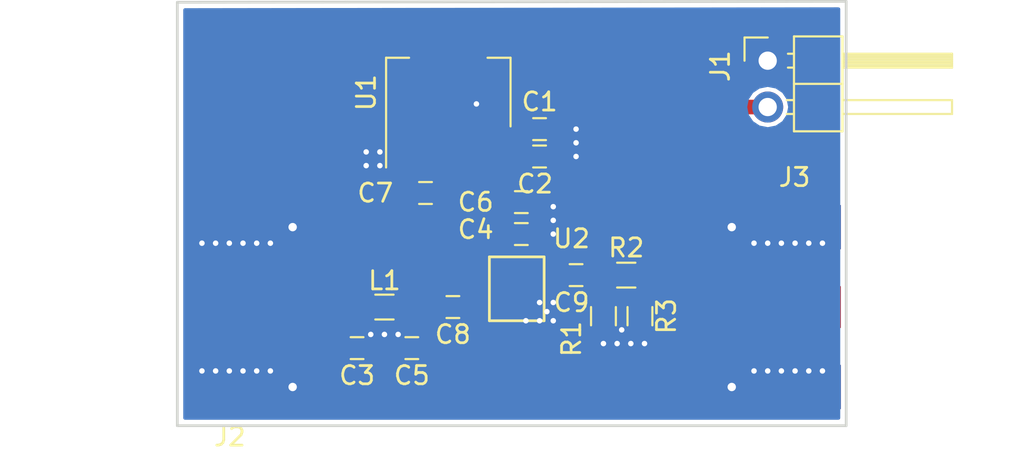
<source format=kicad_pcb>
(kicad_pcb (version 20170922) (host pcbnew "(2017-10-26 revision d2d123750)-master")

(general
  (thickness 1.6)
  (drawings 5)
  (tracks 158)
  (zones 0)
  (modules 19)
  (nets 10)
)

(page A4)
(layers
  (0 F.Cu signal)
  (31 B.Cu signal)
  (32 B.Adhes user)
  (33 F.Adhes user)
  (34 B.Paste user)
  (35 F.Paste user)
  (36 B.SilkS user)
  (37 F.SilkS user)
  (38 B.Mask user)
  (39 F.Mask user)
  (40 Dwgs.User user)
  (41 Cmts.User user)
  (42 Eco1.User user)
  (43 Eco2.User user)
  (44 Edge.Cuts user)
  (45 Margin user)
  (46 B.CrtYd user)
  (47 F.CrtYd user)
  (48 B.Fab user hide)
  (49 F.Fab user hide)
)


(setup
  (last_trace_width 0.25)
  (user_trace_width 0.4)
  (user_trace_width 0.8)
  (user_trace_width 3)
  (trace_clearance 0.2)
  (zone_clearance 0.25)
  (zone_45_only no)
  (trace_min 0.2)
  (segment_width 0.2)
  (edge_width 0.15)
  (via_size 0.8)
  (via_drill 0.4)
  (via_min_size 0.4)
  (via_min_drill 0.3)
  (user_via 0.5 0.3)
  (user_via 0.8 0.4)
  (uvia_size 0.3)
  (uvia_drill 0.1)
  (uvias_allowed no)
  (uvia_min_size 0.2)
  (uvia_min_drill 0.1)
  (pcb_text_width 0.3)
  (pcb_text_size 1.5 1.5)
  (mod_edge_width 0.15)
  (mod_text_size 1 1)
  (mod_text_width 0.15)
  (pad_size 1.524 1.524)
  (pad_drill 0.762)
  (pad_to_mask_clearance 0.2)
  (aux_axis_origin 0 0)
  (visible_elements FFFFFF7F)
  (pcbplotparams
    (layerselection 0x010fc_ffffffff)
    (usegerberextensions false)
    (usegerberattributes true)
    (usegerberadvancedattributes true)
    (creategerberjobfile true)
    (excludeedgelayer true)
    (linewidth 0.100000)
    (plotframeref false)
    (viasonmask false)
    (mode 1)
    (useauxorigin false)
    (hpglpennumber 1)
    (hpglpenspeed 20)
    (hpglpendiameter 15)
    (psnegative false)
    (psa4output false)
    (plotreference true)
    (plotvalue true)
    (plotinvisibletext false)
    (padsonsilk false)
    (subtractmaskfromsilk false)
    (outputformat 1)
    (mirror false)
    (drillshape 1)
    (scaleselection 1)
    (outputdirectory ""))
)

(net 0 "")
(net 1 GND)
(net 2 "Net-(C3-Pad1)")
(net 3 +3V3)
(net 4 "Net-(C5-Pad1)")
(net 5 "Net-(C8-Pad1)")
(net 6 "Net-(C9-Pad1)")
(net 7 "Net-(C9-Pad2)")
(net 8 "Net-(J3-Pad1)")
(net 9 /VIN)

(net_class Default "This is the default net class."
  (clearance 0.2)
  (trace_width 0.25)
  (via_dia 0.8)
  (via_drill 0.4)
  (uvia_dia 0.3)
  (uvia_drill 0.1)
)

(net_class POWER ""
  (clearance 0.2)
  (trace_width 0.4)
  (via_dia 0.8)
  (via_drill 0.4)
  (uvia_dia 0.3)
  (uvia_drill 0.1)
  (add_net +3V3)
  (add_net /VIN)
  (add_net GND)
)

(net_class RF ""
  (clearance 0.3)
  (trace_width 3)
  (via_dia 0.8)
  (via_drill 0.4)
  (uvia_dia 0.3)
  (uvia_drill 0.1)
  (add_net "Net-(C3-Pad1)")
  (add_net "Net-(C5-Pad1)")
  (add_net "Net-(C8-Pad1)")
  (add_net "Net-(C9-Pad1)")
  (add_net "Net-(C9-Pad2)")
  (add_net "Net-(J3-Pad1)")
)

  (module shimatta_artwork:shimatta_std (layer B.Cu) (tedit 0) (tstamp 5A12DC72)
    (at 29.75 20 180)
    (fp_text reference G*** (at 0 0 180) (layer B.SilkS) hide
      (effects (font (thickness 0.3)) (justify mirror))
    )
    (fp_text value LOGO (at 0.75 0 180) (layer B.SilkS) hide
      (effects (font (thickness 0.3)) (justify mirror))
    )
    (fp_poly (pts (xy 10.868794 0.34663) (xy 10.940082 0.344725) (xy 11.001581 0.340759) (xy 11.054456 0.334558)
      (xy 11.099874 0.325943) (xy 11.138999 0.314739) (xy 11.172997 0.300768) (xy 11.203034 0.283854)
      (xy 11.230276 0.263821) (xy 11.255887 0.240491) (xy 11.256462 0.239919) (xy 11.289334 0.201111)
      (xy 11.312259 0.15891) (xy 11.326574 0.110035) (xy 11.333618 0.05121) (xy 11.333643 0.0508)
      (xy 11.332569 -0.023291) (xy 11.320361 -0.089289) (xy 11.297275 -0.146655) (xy 11.263566 -0.19485)
      (xy 11.219491 -0.233333) (xy 11.190884 -0.250184) (xy 11.170271 -0.260221) (xy 11.150623 -0.268525)
      (xy 11.130272 -0.275304) (xy 11.107549 -0.280766) (xy 11.080783 -0.285117) (xy 11.048306 -0.288565)
      (xy 11.008448 -0.291317) (xy 10.959541 -0.29358) (xy 10.899914 -0.295563) (xy 10.827899 -0.297472)
      (xy 10.805885 -0.298007) (xy 10.501253 -0.308642) (xy 10.207708 -0.325718) (xy 9.923258 -0.349393)
      (xy 9.645907 -0.379823) (xy 9.470624 -0.402998) (xy 9.411807 -0.410902) (xy 9.364278 -0.416192)
      (xy 9.325062 -0.418954) (xy 9.291185 -0.41927) (xy 9.259672 -0.417223) (xy 9.227549 -0.412897)
      (xy 9.212169 -0.410241) (xy 9.144467 -0.392017) (xy 9.087321 -0.363849) (xy 9.040745 -0.325747)
      (xy 9.004755 -0.277724) (xy 8.992925 -0.254871) (xy 8.980849 -0.218141) (xy 8.973005 -0.172373)
      (xy 8.969757 -0.122517) (xy 8.971468 -0.073524) (xy 8.976926 -0.037019) (xy 8.997827 0.025291)
      (xy 9.0312 0.080963) (xy 9.075937 0.128488) (xy 9.122686 0.16171) (xy 9.147207 0.17458)
      (xy 9.175393 0.186432) (xy 9.208483 0.197521) (xy 9.247713 0.208107) (xy 9.294321 0.218445)
      (xy 9.349544 0.228794) (xy 9.414619 0.23941) (xy 9.490782 0.250551) (xy 9.579273 0.262474)
      (xy 9.652 0.271774) (xy 9.800914 0.289224) (xy 9.950405 0.304133) (xy 10.103324 0.316716)
      (xy 10.262527 0.327186) (xy 10.430867 0.335758) (xy 10.584543 0.341755) (xy 10.69219 0.344969)
      (xy 10.786552 0.346653) (xy 10.868794 0.34663)) (layer B.Mask) (width 0.01))
    (fp_poly (pts (xy 3.280686 0.880939) (xy 3.34556 0.879771) (xy 3.402872 0.877617) (xy 3.449973 0.87446)
      (xy 3.472543 0.872037) (xy 3.61367 0.849571) (xy 3.744701 0.82007) (xy 3.868701 0.782621)
      (xy 3.988736 0.73631) (xy 4.096467 0.686017) (xy 4.193868 0.632986) (xy 4.288297 0.574006)
      (xy 4.3772 0.510941) (xy 4.458022 0.445653) (xy 4.528209 0.380007) (xy 4.555365 0.351156)
      (xy 4.639992 0.246318) (xy 4.713364 0.13273) (xy 4.774921 0.011455) (xy 4.824102 -0.116443)
      (xy 4.850885 -0.209423) (xy 4.879181 -0.347701) (xy 4.896607 -0.490707) (xy 4.903125 -0.635529)
      (xy 4.898699 -0.779253) (xy 4.88329 -0.918966) (xy 4.861451 -1.032728) (xy 4.824346 -1.160933)
      (xy 4.77372 -1.287533) (xy 4.710565 -1.41087) (xy 4.635874 -1.529285) (xy 4.550639 -1.641117)
      (xy 4.455854 -1.744709) (xy 4.40832 -1.79005) (xy 4.299338 -1.882172) (xy 4.177612 -1.971762)
      (xy 4.04482 -2.057926) (xy 3.902638 -2.139772) (xy 3.752745 -2.216408) (xy 3.596818 -2.286942)
      (xy 3.436534 -2.350482) (xy 3.27357 -2.406135) (xy 3.218543 -2.422898) (xy 3.139899 -2.444368)
      (xy 3.049468 -2.466013) (xy 2.949959 -2.487315) (xy 2.844082 -2.507761) (xy 2.734547 -2.526832)
      (xy 2.624065 -2.544015) (xy 2.515345 -2.558792) (xy 2.485571 -2.56243) (xy 2.428012 -2.568359)
      (xy 2.365313 -2.573218) (xy 2.299907 -2.576957) (xy 2.234229 -2.579525) (xy 2.17071 -2.580872)
      (xy 2.111786 -2.580947) (xy 2.05989 -2.579698) (xy 2.017454 -2.577077) (xy 1.986913 -2.573032)
      (xy 1.985844 -2.572813) (xy 1.91558 -2.552339) (xy 1.8565 -2.522842) (xy 1.808841 -2.484627)
      (xy 1.772841 -2.437998) (xy 1.748736 -2.38326) (xy 1.736764 -2.320717) (xy 1.736929 -2.253327)
      (xy 1.748307 -2.186275) (xy 1.77048 -2.128668) (xy 1.803758 -2.079916) (xy 1.848452 -2.039427)
      (xy 1.849677 -2.038544) (xy 1.877767 -2.020506) (xy 1.908228 -2.005555) (xy 1.943115 -1.993169)
      (xy 1.984481 -1.982826) (xy 2.034379 -1.974007) (xy 2.094863 -1.966188) (xy 2.161084 -1.959481)
      (xy 2.311846 -1.944454) (xy 2.450169 -1.928139) (xy 2.578102 -1.910074) (xy 2.697697 -1.889796)
      (xy 2.811005 -1.866842) (xy 2.920076 -1.84075) (xy 3.026962 -1.811058) (xy 3.133714 -1.777303)
      (xy 3.242382 -1.739022) (xy 3.355017 -1.695754) (xy 3.386254 -1.683205) (xy 3.439042 -1.660814)
      (xy 3.498085 -1.634078) (xy 3.560068 -1.604637) (xy 3.621674 -1.574131) (xy 3.679588 -1.5442)
      (xy 3.730494 -1.516484) (xy 3.76929 -1.493734) (xy 3.863531 -1.428613) (xy 3.952139 -1.353949)
      (xy 4.033116 -1.271853) (xy 4.104465 -1.184435) (xy 4.16419 -1.093803) (xy 4.186568 -1.052873)
      (xy 4.225348 -0.967344) (xy 4.253373 -0.882119) (xy 4.271449 -0.793702) (xy 4.280379 -0.698597)
      (xy 4.281685 -0.639641) (xy 4.277001 -0.527464) (xy 4.262763 -0.425302) (xy 4.238591 -0.331924)
      (xy 4.204105 -0.2461) (xy 4.158926 -0.166599) (xy 4.119 -0.11188) (xy 4.060291 -0.048463)
      (xy 3.988142 0.012032) (xy 3.902275 0.06981) (xy 3.802411 0.125073) (xy 3.778387 0.136985)
      (xy 3.681686 0.179417) (xy 3.583439 0.212975) (xy 3.48168 0.237992) (xy 3.374444 0.254803)
      (xy 3.259766 0.263742) (xy 3.13568 0.265143) (xy 3.043531 0.261888) (xy 2.888029 0.251649)
      (xy 2.734088 0.236994) (xy 2.580213 0.217612) (xy 2.424912 0.193189) (xy 2.26669 0.163413)
      (xy 2.104054 0.127969) (xy 1.93551 0.086547) (xy 1.759564 0.038832) (xy 1.574722 -0.015488)
      (xy 1.379491 -0.076726) (xy 1.29428 -0.104504) (xy 1.212487 -0.131377) (xy 1.14306 -0.153997)
      (xy 1.08461 -0.172751) (xy 1.035751 -0.188021) (xy 0.995094 -0.200194) (xy 0.961252 -0.209655)
      (xy 0.932836 -0.216787) (xy 0.908459 -0.221977) (xy 0.886733 -0.225608) (xy 0.86627 -0.228067)
      (xy 0.845683 -0.229737) (xy 0.841828 -0.229985) (xy 0.770694 -0.22918) (xy 0.705988 -0.217912)
      (xy 0.648912 -0.196762) (xy 0.60067 -0.166307) (xy 0.562463 -0.127129) (xy 0.536857 -0.083059)
      (xy 0.516575 -0.01964) (xy 0.509485 0.04353) (xy 0.515258 0.10471) (xy 0.533566 0.162158)
      (xy 0.564078 0.214131) (xy 0.6005 0.25372) (xy 0.627556 0.275729) (xy 0.658526 0.29656)
      (xy 0.694993 0.316941) (xy 0.738543 0.337601) (xy 0.790758 0.359268) (xy 0.853223 0.382671)
      (xy 0.927522 0.40854) (xy 0.962785 0.420363) (xy 1.235996 0.508259) (xy 1.498548 0.586824)
      (xy 1.750821 0.656148) (xy 1.993199 0.71632) (xy 2.226063 0.767428) (xy 2.449796 0.809563)
      (xy 2.664779 0.842814) (xy 2.871395 0.86727) (xy 2.881085 0.868221) (xy 2.935666 0.872605)
      (xy 2.998589 0.876105) (xy 3.067203 0.878706) (xy 3.138857 0.88039) (xy 3.210902 0.88114)
      (xy 3.280686 0.880939)) (layer B.Mask) (width 0.01))
    (fp_poly (pts (xy 9.003608 -1.085203) (xy 9.056887 -1.097351) (xy 9.102289 -1.118483) (xy 9.136442 -1.144109)
      (xy 9.162501 -1.170161) (xy 9.183639 -1.197962) (xy 9.200436 -1.229422) (xy 9.213471 -1.266452)
      (xy 9.223323 -1.310961) (xy 9.230572 -1.364858) (xy 9.235796 -1.430055) (xy 9.238428 -1.480457)
      (xy 9.242463 -1.556719) (xy 9.247451 -1.620598) (xy 9.253768 -1.674212) (xy 9.261789 -1.719683)
      (xy 9.27189 -1.759128) (xy 9.284448 -1.794667) (xy 9.299837 -1.828421) (xy 9.300281 -1.8293)
      (xy 9.32368 -1.861058) (xy 9.36009 -1.889396) (xy 9.409773 -1.914428) (xy 9.472988 -1.936271)
      (xy 9.549997 -1.955039) (xy 9.608457 -1.96579) (xy 9.659854 -1.973801) (xy 9.709141 -1.980441)
      (xy 9.758607 -1.98587) (xy 9.810543 -1.990245) (xy 9.86724 -1.993727) (xy 9.930987 -1.996474)
      (xy 10.004074 -1.998645) (xy 10.088793 -2.000399) (xy 10.112828 -2.000803) (xy 10.344931 -2.000686)
      (xy 10.574631 -1.992926) (xy 10.799511 -1.977698) (xy 11.017155 -1.955179) (xy 11.225147 -1.925543)
      (xy 11.283945 -1.915532) (xy 11.323332 -1.909019) (xy 11.353394 -1.905485) (xy 11.37896 -1.904703)
      (xy 11.404859 -1.906445) (xy 11.424674 -1.908893) (xy 11.494816 -1.923371) (xy 11.553352 -1.946196)
      (xy 11.600789 -1.977718) (xy 11.637635 -2.018289) (xy 11.664396 -2.068258) (xy 11.667708 -2.076961)
      (xy 11.674691 -2.105256) (xy 11.679662 -2.14325) (xy 11.682423 -2.186242) (xy 11.682775 -2.229529)
      (xy 11.680518 -2.26841) (xy 11.676827 -2.29262) (xy 11.655383 -2.357769) (xy 11.621693 -2.415438)
      (xy 11.576172 -2.465251) (xy 11.51923 -2.506833) (xy 11.451281 -2.539807) (xy 11.381702 -2.561655)
      (xy 11.342402 -2.569881) (xy 11.29029 -2.578484) (xy 11.227059 -2.587284) (xy 11.154403 -2.596097)
      (xy 11.074012 -2.604743) (xy 10.987579 -2.61304) (xy 10.896797 -2.620806) (xy 10.803359 -2.62786)
      (xy 10.708955 -2.634021) (xy 10.705281 -2.63424) (xy 10.652261 -2.63689) (xy 10.589033 -2.639219)
      (xy 10.517978 -2.641203) (xy 10.441476 -2.642822) (xy 10.36191 -2.644053) (xy 10.281658 -2.644874)
      (xy 10.203102 -2.645263) (xy 10.128622 -2.645198) (xy 10.0606 -2.644658) (xy 10.001415 -2.643619)
      (xy 9.953449 -2.64206) (xy 9.938657 -2.641327) (xy 9.768481 -2.628296) (xy 9.611394 -2.609042)
      (xy 9.467369 -2.583557) (xy 9.336381 -2.551835) (xy 9.218402 -2.51387) (xy 9.113406 -2.469654)
      (xy 9.021367 -2.419181) (xy 8.998233 -2.404142) (xy 8.936306 -2.355572) (xy 8.876387 -2.295797)
      (xy 8.821128 -2.228111) (xy 8.77318 -2.155807) (xy 8.735198 -2.08218) (xy 8.730868 -2.072055)
      (xy 8.707215 -2.00826) (xy 8.685371 -1.936098) (xy 8.66712 -1.861716) (xy 8.660844 -1.8307)
      (xy 8.655793 -1.795362) (xy 8.651582 -1.749235) (xy 8.648253 -1.695121) (xy 8.645849 -1.635825)
      (xy 8.644412 -1.574151) (xy 8.643985 -1.512901) (xy 8.64461 -1.45488) (xy 8.646328 -1.402892)
      (xy 8.649184 -1.359739) (xy 8.653218 -1.328227) (xy 8.65325 -1.328057) (xy 8.671645 -1.258488)
      (xy 8.698511 -1.200675) (xy 8.734046 -1.154447) (xy 8.778447 -1.119634) (xy 8.831912 -1.096067)
      (xy 8.894638 -1.083576) (xy 8.940188 -1.081315) (xy 9.003608 -1.085203)) (layer B.Mask) (width 0.01))
    (fp_poly (pts (xy -11.3068 2.522042) (xy -11.243523 2.508415) (xy -11.18998 2.484867) (xy -11.145174 2.450712)
      (xy -11.108109 2.405266) (xy -11.077788 2.347845) (xy -11.062557 2.307771) (xy -11.061106 2.303062)
      (xy -11.05976 2.297493) (xy -11.058513 2.290514) (xy -11.057361 2.281571) (xy -11.056298 2.270114)
      (xy -11.055319 2.255589) (xy -11.054417 2.237446) (xy -11.053589 2.215132) (xy -11.052827 2.188096)
      (xy -11.052128 2.155784) (xy -11.051485 2.117645) (xy -11.050893 2.073128) (xy -11.050346 2.02168)
      (xy -11.04984 1.962749) (xy -11.049369 1.895784) (xy -11.048927 1.820232) (xy -11.048509 1.735541)
      (xy -11.04811 1.64116) (xy -11.047724 1.536535) (xy -11.047346 1.421117) (xy -11.04697 1.294351)
      (xy -11.046591 1.155687) (xy -11.046203 1.004573) (xy -11.045802 0.840455) (xy -11.045381 0.662784)
      (xy -11.045055 0.522514) (xy -11.044621 0.331929) (xy -11.044228 0.155283) (xy -11.043859 -0.008)
      (xy -11.043503 -0.158496) (xy -11.043145 -0.296779) (xy -11.042771 -0.423427) (xy -11.042368 -0.539013)
      (xy -11.041921 -0.644114) (xy -11.041417 -0.739305) (xy -11.040843 -0.825162) (xy -11.040184 -0.90226)
      (xy -11.039426 -0.971175) (xy -11.038556 -1.032482) (xy -11.037561 -1.086757) (xy -11.036425 -1.134576)
      (xy -11.035136 -1.176514) (xy -11.033679 -1.213146) (xy -11.032041 -1.245049) (xy -11.030209 -1.272797)
      (xy -11.028167 -1.296966) (xy -11.025903 -1.318133) (xy -11.023403 -1.336871) (xy -11.020653 -1.353757)
      (xy -11.017638 -1.369367) (xy -11.014346 -1.384276) (xy -11.010763 -1.399059) (xy -11.006874 -1.414293)
      (xy -11.002666 -1.430552) (xy -10.998125 -1.448412) (xy -10.997798 -1.449724) (xy -10.964594 -1.558686)
      (xy -10.922022 -1.656604) (xy -10.87005 -1.743504) (xy -10.808644 -1.819409) (xy -10.737771 -1.884342)
      (xy -10.6574 -1.938328) (xy -10.567497 -1.98139) (xy -10.468029 -2.013553) (xy -10.358964 -2.03484)
      (xy -10.24027 -2.045275) (xy -10.18084 -2.046437) (xy -10.02365 -2.040231) (xy -9.8725 -2.021965)
      (xy -9.72797 -1.991807) (xy -9.590642 -1.949924) (xy -9.461096 -1.896487) (xy -9.339913 -1.831662)
      (xy -9.260323 -1.779565) (xy -9.187902 -1.722827) (xy -9.111738 -1.652849) (xy -9.032329 -1.570273)
      (xy -8.950172 -1.475739) (xy -8.865765 -1.369888) (xy -8.779606 -1.253362) (xy -8.692193 -1.126801)
      (xy -8.604024 -0.990846) (xy -8.515598 -0.846139) (xy -8.456603 -0.744866) (xy -8.420295 -0.681984)
      (xy -8.389599 -0.630434) (xy -8.363414 -0.588677) (xy -8.340642 -0.555175) (xy -8.320185 -0.52839)
      (xy -8.300944 -0.506783) (xy -8.28182 -0.488815) (xy -8.263208 -0.474045) (xy -8.214168 -0.444068)
      (xy -8.164588 -0.42726) (xy -8.110878 -0.422597) (xy -8.087241 -0.423921) (xy -8.016328 -0.43535)
      (xy -7.956351 -0.456006) (xy -7.906749 -0.48626) (xy -7.866959 -0.526481) (xy -7.836418 -0.57704)
      (xy -7.82912 -0.593917) (xy -7.822484 -0.612165) (xy -7.817901 -0.630107) (xy -7.815007 -0.650993)
      (xy -7.813441 -0.678075) (xy -7.812837 -0.714605) (xy -7.812785 -0.740229) (xy -7.813068 -0.783475)
      (xy -7.814142 -0.815935) (xy -7.816453 -0.841334) (xy -7.820449 -0.863396) (xy -7.826575 -0.885845)
      (xy -7.832408 -0.903897) (xy -7.851583 -0.954021) (xy -7.878322 -1.012108) (xy -7.912937 -1.078718)
      (xy -7.95574 -1.154407) (xy -8.007042 -1.239733) (xy -8.067153 -1.335253) (xy -8.111874 -1.404257)
      (xy -8.184605 -1.512428) (xy -8.259972 -1.618994) (xy -8.336751 -1.722437) (xy -8.413714 -1.821243)
      (xy -8.489636 -1.913893) (xy -8.563289 -1.998871) (xy -8.633448 -2.07466) (xy -8.698886 -2.139743)
      (xy -8.728507 -2.166955) (xy -8.860206 -2.275387) (xy -8.997401 -2.370806) (xy -9.140585 -2.453429)
      (xy -9.290251 -2.523473) (xy -9.446893 -2.581154) (xy -9.611006 -2.626689) (xy -9.783083 -2.660295)
      (xy -9.884229 -2.674116) (xy -9.919679 -2.67748) (xy -9.965044 -2.680623) (xy -10.01747 -2.683457)
      (xy -10.074102 -2.685893) (xy -10.132084 -2.687841) (xy -10.188562 -2.689214) (xy -10.240682 -2.689922)
      (xy -10.285588 -2.689876) (xy -10.320426 -2.688988) (xy -10.334172 -2.688116) (xy -10.416848 -2.680487)
      (xy -10.487731 -2.672889) (xy -10.549531 -2.664887) (xy -10.604963 -2.656048) (xy -10.656738 -2.645936)
      (xy -10.70757 -2.634117) (xy -10.76017 -2.620157) (xy -10.762343 -2.61955) (xy -10.895114 -2.575667)
      (xy -11.018016 -2.521153) (xy -11.131009 -2.456059) (xy -11.234049 -2.380436) (xy -11.327095 -2.294335)
      (xy -11.410105 -2.197808) (xy -11.483037 -2.090905) (xy -11.545849 -1.973679) (xy -11.598497 -1.84618)
      (xy -11.640942 -1.708459) (xy -11.673139 -1.560568) (xy -11.683136 -1.4986) (xy -11.686392 -1.47592)
      (xy -11.68941 -1.453712) (xy -11.692198 -1.431387) (xy -11.694765 -1.408356) (xy -11.697119 -1.384029)
      (xy -11.699267 -1.357817) (xy -11.701218 -1.32913) (xy -11.702981 -1.29738) (xy -11.704563 -1.261978)
      (xy -11.705972 -1.222333) (xy -11.707217 -1.177857) (xy -11.708306 -1.12796) (xy -11.709247 -1.072053)
      (xy -11.710049 -1.009548) (xy -11.710719 -0.939853) (xy -11.711265 -0.862381) (xy -11.711696 -0.776542)
      (xy -11.71202 -0.681747) (xy -11.712245 -0.577406) (xy -11.71238 -0.46293) (xy -11.712432 -0.337731)
      (xy -11.712409 -0.201217) (xy -11.71232 -0.052801) (xy -11.712174 0.108106) (xy -11.711977 0.282095)
      (xy -11.711739 0.469755) (xy -11.711625 0.555171) (xy -11.711372 0.740789) (xy -11.711126 0.912453)
      (xy -11.710882 1.070721) (xy -11.710637 1.216155) (xy -11.710384 1.349313) (xy -11.71012 1.470756)
      (xy -11.709839 1.581042) (xy -11.709536 1.680732) (xy -11.709207 1.770386) (xy -11.708846 1.850563)
      (xy -11.708449 1.921822) (xy -11.708011 1.984725) (xy -11.707527 2.039829) (xy -11.706992 2.087696)
      (xy -11.706401 2.128884) (xy -11.70575 2.163954) (xy -11.705033 2.193465) (xy -11.704245 2.217977)
      (xy -11.703382 2.238049) (xy -11.70244 2.254242) (xy -11.701412 2.267115) (xy -11.700294 2.277228)
      (xy -11.699081 2.28514) (xy -11.697768 2.291411) (xy -11.696452 2.296269) (xy -11.671006 2.363617)
      (xy -11.638473 2.4186) (xy -11.598168 2.461718) (xy -11.549406 2.493472) (xy -11.491502 2.514359)
      (xy -11.42377 2.524881) (xy -11.380808 2.526432) (xy -11.3068 2.522042)) (layer B.Mask) (width 0.01))
    (fp_poly (pts (xy -3.559915 2.67363) (xy -3.527662 2.672116) (xy -3.502924 2.669038) (xy -3.482216 2.664033)
      (xy -3.470809 2.660152) (xy -3.415622 2.632162) (xy -3.368679 2.592564) (xy -3.330749 2.542186)
      (xy -3.302598 2.481862) (xy -3.300523 2.475831) (xy -3.296805 2.464283) (xy -3.293693 2.452885)
      (xy -3.291121 2.440254) (xy -3.289024 2.425013) (xy -3.287338 2.405779) (xy -3.285999 2.381174)
      (xy -3.284941 2.349817) (xy -3.2841 2.310328) (xy -3.283411 2.261328) (xy -3.28281 2.201435)
      (xy -3.282231 2.129271) (xy -3.281853 2.077347) (xy -3.279345 1.727181) (xy -3.230801 1.730904)
      (xy -3.206695 1.732626) (xy -3.171856 1.73495) (xy -3.130042 1.737632) (xy -3.08501 1.740429)
      (xy -3.058886 1.74201) (xy -2.881272 1.753814) (xy -2.698095 1.768205) (xy -2.51397 1.784758)
      (xy -2.333515 1.803049) (xy -2.161343 1.822655) (xy -2.104572 1.829664) (xy -2.021747 1.839307)
      (xy -1.951374 1.845543) (xy -1.891768 1.848244) (xy -1.841242 1.847281) (xy -1.798109 1.842527)
      (xy -1.760683 1.833853) (xy -1.727278 1.821131) (xy -1.696207 1.804233) (xy -1.686432 1.797889)
      (xy -1.641947 1.759253) (xy -1.606472 1.709427) (xy -1.588388 1.671191) (xy -1.581081 1.650724)
      (xy -1.576239 1.630607) (xy -1.573383 1.607046) (xy -1.57204 1.576247) (xy -1.571728 1.538514)
      (xy -1.57211 1.497732) (xy -1.573571 1.467667) (xy -1.576585 1.444532) (xy -1.581625 1.424542)
      (xy -1.588291 1.406095) (xy -1.615883 1.355694) (xy -1.655557 1.310913) (xy -1.705527 1.273093)
      (xy -1.764007 1.243573) (xy -1.82921 1.223693) (xy -1.832429 1.223015) (xy -1.864504 1.217398)
      (xy -1.909498 1.211019) (xy -1.965841 1.204024) (xy -2.031966 1.196563) (xy -2.106305 1.188782)
      (xy -2.18729 1.18083) (xy -2.273354 1.172855) (xy -2.362928 1.165006) (xy -2.454444 1.157429)
      (xy -2.546334 1.150273) (xy -2.637031 1.143686) (xy -2.724967 1.137817) (xy -2.754086 1.136003)
      (xy -2.805671 1.132938) (xy -2.862498 1.129709) (xy -2.922492 1.126419) (xy -2.983576 1.123173)
      (xy -3.043674 1.120076) (xy -3.100712 1.117232) (xy -3.152612 1.114745) (xy -3.197299 1.11272)
      (xy -3.232697 1.111261) (xy -3.256731 1.110473) (xy -3.2639 1.110363) (xy -3.280229 1.110343)
      (xy -3.280229 0.769257) (xy -3.280175 0.688687) (xy -3.27999 0.621489) (xy -3.279639 0.56652)
      (xy -3.279089 0.522638) (xy -3.278305 0.488701) (xy -3.277253 0.463565) (xy -3.275899 0.446089)
      (xy -3.274209 0.43513) (xy -3.272147 0.429546) (xy -3.270003 0.428171) (xy -3.260204 0.42859)
      (xy -3.237987 0.429769) (xy -3.205423 0.43159) (xy -3.164581 0.433937) (xy -3.117531 0.436692)
      (xy -3.075874 0.439167) (xy -2.91119 0.449647) (xy -2.75783 0.460774) (xy -2.612609 0.472824)
      (xy -2.472343 0.486074) (xy -2.333846 0.500802) (xy -2.235766 0.512196) (xy -2.181142 0.518565)
      (xy -2.138322 0.523027) (xy -2.104742 0.525717) (xy -2.077835 0.526771) (xy -2.055037 0.526323)
      (xy -2.033782 0.524511) (xy -2.024568 0.523357) (xy -1.954687 0.50857) (xy -1.89596 0.484509)
      (xy -1.848361 0.451155) (xy -1.811863 0.40849) (xy -1.786439 0.356496) (xy -1.786127 0.3556)
      (xy -1.776294 0.3163) (xy -1.770272 0.269192) (xy -1.768611 0.220613) (xy -1.771072 0.182639)
      (xy -1.785529 0.115018) (xy -1.810946 0.056607) (xy -1.847648 0.007024) (xy -1.89596 -0.034112)
      (xy -1.956206 -0.067181) (xy -1.997385 -0.083031) (xy -2.03577 -0.093538) (xy -2.087717 -0.103993)
      (xy -2.15227 -0.114306) (xy -2.228475 -0.124387) (xy -2.31538 -0.134146) (xy -2.412031 -0.143492)
      (xy -2.517472 -0.152336) (xy -2.630752 -0.160586) (xy -2.750915 -0.168154) (xy -2.877009 -0.174948)
      (xy -3.008079 -0.180878) (xy -3.049815 -0.182537) (xy -3.280229 -0.191392) (xy -3.280229 -1.019968)
      (xy -3.1623 -1.058654) (xy -2.896971 -1.151679) (xy -2.642724 -1.253146) (xy -2.398485 -1.363567)
      (xy -2.163179 -1.483453) (xy -1.935733 -1.613316) (xy -1.74672 -1.732625) (xy -1.675532 -1.78152)
      (xy -1.61688 -1.826507) (xy -1.569805 -1.869017) (xy -1.533349 -1.910482) (xy -1.506551 -1.952334)
      (xy -1.488453 -1.996006) (xy -1.478096 -2.042929) (xy -1.474519 -2.094536) (xy -1.475713 -2.137229)
      (xy -1.485108 -2.216781) (xy -1.503114 -2.284794) (xy -1.529974 -2.341584) (xy -1.565931 -2.38747)
      (xy -1.611224 -2.422768) (xy -1.666097 -2.447797) (xy -1.722612 -2.461599) (xy -1.767667 -2.465908)
      (xy -1.811485 -2.463025) (xy -1.855876 -2.452239) (xy -1.902648 -2.432838) (xy -1.953611 -2.40411)
      (xy -2.010576 -2.365344) (xy -2.0574 -2.329978) (xy -2.172886 -2.243766) (xy -2.294279 -2.160954)
      (xy -2.423544 -2.080335) (xy -2.562646 -2.0007) (xy -2.713551 -1.92084) (xy -2.764972 -1.894881)
      (xy -2.810098 -1.872708) (xy -2.860364 -1.84863) (xy -2.914075 -1.823404) (xy -2.969534 -1.797785)
      (xy -3.025046 -1.772527) (xy -3.078914 -1.748388) (xy -3.129442 -1.726121) (xy -3.174935 -1.706483)
      (xy -3.213695 -1.690228) (xy -3.244028 -1.678113) (xy -3.264237 -1.670892) (xy -3.271789 -1.669143)
      (xy -3.277094 -1.675632) (xy -3.282129 -1.692144) (xy -3.284168 -1.703615) (xy -3.294339 -1.763773)
      (xy -3.308613 -1.831207) (xy -3.325527 -1.899787) (xy -3.343618 -1.963384) (xy -3.353474 -1.993829)
      (xy -3.393626 -2.098555) (xy -3.438784 -2.191529) (xy -3.490287 -2.27504) (xy -3.549478 -2.351381)
      (xy -3.586361 -2.39173) (xy -3.66786 -2.466866) (xy -3.75742 -2.531631) (xy -3.85566 -2.586301)
      (xy -3.963199 -2.63115) (xy -4.080659 -2.666455) (xy -4.208658 -2.692491) (xy -4.287159 -2.703359)
      (xy -4.322088 -2.706446) (xy -4.367802 -2.70902) (xy -4.421042 -2.711035) (xy -4.478547 -2.712444)
      (xy -4.537059 -2.7132) (xy -4.593318 -2.713256) (xy -4.644063 -2.712566) (xy -4.686036 -2.711084)
      (xy -4.709886 -2.709415) (xy -4.832478 -2.695041) (xy -4.94283 -2.676199) (xy -5.042737 -2.652131)
      (xy -5.13399 -2.622082) (xy -5.218383 -2.585294) (xy -5.297707 -2.541011) (xy -5.373757 -2.488476)
      (xy -5.448324 -2.426932) (xy -5.504906 -2.373866) (xy -5.585225 -2.28743) (xy -5.651451 -2.199713)
      (xy -5.703995 -2.109988) (xy -5.743267 -2.017532) (xy -5.769677 -1.921619) (xy -5.774005 -1.898829)
      (xy -5.781392 -1.834399) (xy -5.782175 -1.803772) (xy -5.140803 -1.803772) (xy -5.138033 -1.828971)
      (xy -5.124036 -1.890771) (xy -5.100265 -1.944453) (xy -5.065909 -1.990845) (xy -5.02016 -2.030778)
      (xy -4.962208 -2.065079) (xy -4.891243 -2.094578) (xy -4.872409 -2.100963) (xy -4.795484 -2.121382)
      (xy -4.709629 -2.136088) (xy -4.619404 -2.144725) (xy -4.529369 -2.146935) (xy -4.444083 -2.142363)
      (xy -4.405086 -2.137489) (xy -4.343632 -2.126448) (xy -4.292113 -2.113206) (xy -4.245978 -2.096427)
      (xy -4.212772 -2.081019) (xy -4.144558 -2.04145) (xy -4.088403 -1.996719) (xy -4.042596 -1.944809)
      (xy -4.005426 -1.883699) (xy -3.975182 -1.811371) (xy -3.96925 -1.793633) (xy -3.95622 -1.746457)
      (xy -3.944526 -1.691807) (xy -3.935034 -1.634911) (xy -3.92861 -1.580992) (xy -3.92612 -1.535278)
      (xy -3.926115 -1.533359) (xy -3.926115 -1.490152) (xy -3.993243 -1.474846) (xy -4.096392 -1.45336)
      (xy -4.193818 -1.437641) (xy -4.290534 -1.427138) (xy -4.391552 -1.421298) (xy -4.4958 -1.419569)
      (xy -4.569053 -1.42023) (xy -4.630891 -1.422535) (xy -4.68436 -1.426878) (xy -4.732508 -1.433658)
      (xy -4.77838 -1.44327) (xy -4.825021 -1.456111) (xy -4.858294 -1.466743) (xy -4.921049 -1.490174)
      (xy -4.972593 -1.515375) (xy -5.016231 -1.544217) (xy -5.054956 -1.578266) (xy -5.096885 -1.628405)
      (xy -5.124933 -1.681989) (xy -5.139454 -1.740087) (xy -5.140803 -1.803772) (xy -5.782175 -1.803772)
      (xy -5.783244 -1.762023) (xy -5.779791 -1.687074) (xy -5.771262 -1.614926) (xy -5.759391 -1.556657)
      (xy -5.726832 -1.458773) (xy -5.681134 -1.366791) (xy -5.622532 -1.280973) (xy -5.551262 -1.201581)
      (xy -5.467558 -1.128877) (xy -5.371656 -1.063125) (xy -5.265057 -1.005197) (xy -5.158318 -0.958962)
      (xy -5.046432 -0.921266) (xy -4.927358 -0.891587) (xy -4.799055 -0.869402) (xy -4.684486 -0.856339)
      (xy -4.630117 -0.852677) (xy -4.564008 -0.850294) (xy -4.488872 -0.849147) (xy -4.407424 -0.849191)
      (xy -4.322376 -0.85038) (xy -4.236442 -0.852671) (xy -4.152336 -0.856018) (xy -4.072771 -0.860378)
      (xy -4.000461 -0.865705) (xy -3.9751 -0.868007) (xy -3.926115 -0.872733) (xy -3.926115 -0.188686)
      (xy -4.642757 -0.18856) (xy -4.765443 -0.188533) (xy -4.87451 -0.18847) (xy -4.970855 -0.188329)
      (xy -5.055376 -0.188068) (xy -5.128967 -0.187645) (xy -5.192526 -0.187018) (xy -5.246949 -0.186144)
      (xy -5.293132 -0.184982) (xy -5.331971 -0.18349) (xy -5.364363 -0.181626) (xy -5.391205 -0.179348)
      (xy -5.413392 -0.176613) (xy -5.43182 -0.17338) (xy -5.447387 -0.169606) (xy -5.460989 -0.16525)
      (xy -5.473522 -0.16027) (xy -5.485881 -0.154623) (xy -5.49863 -0.148432) (xy -5.54487 -0.118004)
      (xy -5.582108 -0.077013) (xy -5.609816 -0.026678) (xy -5.627465 0.031782) (xy -5.63453 0.097147)
      (xy -5.631623 0.158957) (xy -5.618556 0.22696) (xy -5.595939 0.284245) (xy -5.563495 0.33126)
      (xy -5.520949 0.368452) (xy -5.491784 0.385574) (xy -5.478418 0.392302) (xy -5.465929 0.398277)
      (xy -5.453415 0.403544) (xy -5.439977 0.408147) (xy -5.424712 0.412131) (xy -5.40672 0.415541)
      (xy -5.385102 0.418423) (xy -5.358955 0.42082) (xy -5.327379 0.422779) (xy -5.289474 0.424343)
      (xy -5.244338 0.425557) (xy -5.191072 0.426467) (xy -5.128774 0.427118) (xy -5.056543 0.427553)
      (xy -4.973478 0.427818) (xy -4.87868 0.427959) (xy -4.771247 0.428019) (xy -4.650279 0.428043)
      (xy -4.639129 0.428045) (xy -3.926115 0.428171) (xy -3.926115 1.088571) (xy -4.7625 1.088678)
      (xy -4.894095 1.088694) (xy -5.011998 1.088727) (xy -5.11703 1.088811) (xy -5.210013 1.088979)
      (xy -5.291769 1.089265) (xy -5.36312 1.089703) (xy -5.424888 1.090325) (xy -5.477895 1.091165)
      (xy -5.522961 1.092256) (xy -5.56091 1.093632) (xy -5.592563 1.095327) (xy -5.618742 1.097373)
      (xy -5.640268 1.099804) (xy -5.657964 1.102654) (xy -5.672651 1.105955) (xy -5.685152 1.109742)
      (xy -5.696287 1.114048) (xy -5.706879 1.118905) (xy -5.71775 1.124348) (xy -5.724502 1.127784)
      (xy -5.759879 1.151378) (xy -5.794078 1.183977) (xy -5.822345 1.220577) (xy -5.835533 1.244695)
      (xy -5.848041 1.283763) (xy -5.856096 1.331864) (xy -5.859157 1.384055) (xy -5.856685 1.435392)
      (xy -5.856522 1.436849) (xy -5.843444 1.504117) (xy -5.82044 1.560994) (xy -5.786987 1.608145)
      (xy -5.742561 1.646238) (xy -5.686637 1.675938) (xy -5.66088 1.685635) (xy -5.6134 1.70178)
      (xy -3.927516 1.705888) (xy -3.924334 2.052187) (xy -3.923566 2.132617) (xy -3.922823 2.199962)
      (xy -3.922039 2.255651) (xy -3.921148 2.301111) (xy -3.920082 2.337771) (xy -3.918776 2.36706)
      (xy -3.917161 2.390406) (xy -3.915172 2.409238) (xy -3.912742 2.424984) (xy -3.909804 2.439074)
      (xy -3.906291 2.452935) (xy -3.905483 2.455917) (xy -3.888954 2.506679) (xy -3.86894 2.547286)
      (xy -3.842922 2.58207) (xy -3.817093 2.607712) (xy -3.785765 2.632985) (xy -3.754427 2.651212)
      (xy -3.719849 2.663393) (xy -3.678804 2.670527) (xy -3.628065 2.673614) (xy -3.603172 2.673943)
      (xy -3.559915 2.67363)) (layer B.Mask) (width 0.01))
    (fp_poly (pts (xy 8.528085 2.643213) (xy 8.595358 2.627701) (xy 8.652184 2.602162) (xy 8.698839 2.566349)
      (xy 8.7356 2.520016) (xy 8.762743 2.462918) (xy 8.774406 2.423885) (xy 8.78068 2.387663)
      (xy 8.783754 2.342658) (xy 8.783569 2.28818) (xy 8.780066 2.22354) (xy 8.773187 2.148047)
      (xy 8.762873 2.061012) (xy 8.749065 1.961746) (xy 8.731704 1.849558) (xy 8.718833 1.771437)
      (xy 8.710433 1.720524) (xy 8.703131 1.674418) (xy 8.697201 1.635017) (xy 8.692921 1.604219)
      (xy 8.690566 1.583922) (xy 8.690412 1.576025) (xy 8.690414 1.576024) (xy 8.699245 1.574861)
      (xy 8.721309 1.574926) (xy 8.755386 1.57613) (xy 8.800255 1.578382) (xy 8.854695 1.581591)
      (xy 8.917484 1.585666) (xy 8.987403 1.590518) (xy 9.06323 1.596056) (xy 9.143744 1.602188)
      (xy 9.227725 1.608826) (xy 9.313952 1.615878) (xy 9.401204 1.623254) (xy 9.48826 1.630863)
      (xy 9.573899 1.638615) (xy 9.6569 1.646419) (xy 9.710057 1.651595) (xy 9.796138 1.659449)
      (xy 9.869585 1.664624) (xy 9.932031 1.667104) (xy 9.985109 1.666875) (xy 10.030452 1.663922)
      (xy 10.069695 1.658231) (xy 10.104469 1.649786) (xy 10.110345 1.647983) (xy 10.171065 1.622232)
      (xy 10.221086 1.586718) (xy 10.260636 1.541235) (xy 10.289945 1.48557) (xy 10.29115 1.482506)
      (xy 10.301781 1.443104) (xy 10.30763 1.395454) (xy 10.30868 1.344582) (xy 10.304914 1.295514)
      (xy 10.296312 1.253274) (xy 10.291996 1.240624) (xy 10.26307 1.184426) (xy 10.223793 1.13725)
      (xy 10.173681 1.098745) (xy 10.112252 1.06856) (xy 10.039022 1.046344) (xy 10.018043 1.041841)
      (xy 9.988177 1.036889) (xy 9.945245 1.031195) (xy 9.890669 1.024878) (xy 9.825873 1.018058)
      (xy 9.752279 1.010857) (xy 9.67131 1.003394) (xy 9.584388 0.99579) (xy 9.492937 0.988165)
      (xy 9.398378 0.98064) (xy 9.302134 0.973335) (xy 9.205629 0.966371) (xy 9.110284 0.959867)
      (xy 9.017523 0.953945) (xy 8.928768 0.948724) (xy 8.897257 0.946996) (xy 8.839397 0.943827)
      (xy 8.783098 0.940626) (xy 8.73089 0.937545) (xy 8.685304 0.934738) (xy 8.648869 0.932357)
      (xy 8.624116 0.930554) (xy 8.622186 0.930396) (xy 8.561201 0.925285) (xy 8.512261 0.707571)
      (xy 8.401162 0.239172) (xy 8.280408 -0.220042) (xy 8.149348 -0.672271) (xy 8.007329 -1.119715)
      (xy 7.853701 -1.564573) (xy 7.778286 -1.770743) (xy 7.757814 -1.82522) (xy 7.734721 -1.885775)
      (xy 7.709645 -1.950807) (xy 7.683225 -2.018712) (xy 7.656098 -2.087887) (xy 7.628905 -2.156729)
      (xy 7.602282 -2.223635) (xy 7.576868 -2.287003) (xy 7.553302 -2.345229) (xy 7.532222 -2.396711)
      (xy 7.514267 -2.439845) (xy 7.500074 -2.473029) (xy 7.490284 -2.494659) (xy 7.488619 -2.498034)
      (xy 7.446657 -2.568398) (xy 7.399108 -2.625394) (xy 7.345916 -2.669074) (xy 7.287022 -2.69949)
      (xy 7.253803 -2.710166) (xy 7.211289 -2.717557) (xy 7.16184 -2.720483) (xy 7.111733 -2.718943)
      (xy 7.067245 -2.712935) (xy 7.055762 -2.710215) (xy 6.996939 -2.689138) (xy 6.9496 -2.66024)
      (xy 6.912406 -2.622508) (xy 6.887837 -2.582868) (xy 6.86919 -2.539036) (xy 6.857554 -2.494382)
      (xy 6.852201 -2.444727) (xy 6.852407 -2.385889) (xy 6.85265 -2.380479) (xy 6.854836 -2.346973)
      (xy 6.858466 -2.316423) (xy 6.864252 -2.286482) (xy 6.872907 -2.254805) (xy 6.885145 -2.219045)
      (xy 6.901679 -2.176855) (xy 6.923222 -2.125888) (xy 6.945404 -2.075269) (xy 7.054216 -1.821473)
      (xy 7.161547 -1.55564) (xy 7.26653 -1.280234) (xy 7.368297 -0.997719) (xy 7.465979 -0.71056)
      (xy 7.558709 -0.42122) (xy 7.64562 -0.132164) (xy 7.710059 0.096066) (xy 7.727003 0.158593)
      (xy 7.744878 0.225793) (xy 7.763348 0.296296) (xy 7.782074 0.368737) (xy 7.80072 0.441747)
      (xy 7.818948 0.51396) (xy 7.83642 0.584008) (xy 7.8528 0.650524) (xy 7.867749 0.71214)
      (xy 7.88093 0.76749) (xy 7.892007 0.815207) (xy 7.900641 0.853922) (xy 7.906495 0.882268)
      (xy 7.909232 0.898879) (xy 7.909135 0.902778) (xy 7.901443 0.903074) (xy 7.881605 0.902791)
      (xy 7.851973 0.901992) (xy 7.8149 0.900739) (xy 7.776896 0.899266) (xy 7.650565 0.894218)
      (xy 7.538113 0.889995) (xy 7.43893 0.886585) (xy 7.352403 0.883976) (xy 7.277923 0.882156)
      (xy 7.214879 0.881113) (xy 7.162659 0.880834) (xy 7.120652 0.881308) (xy 7.088248 0.882522)
      (xy 7.064836 0.884465) (xy 7.06022 0.885077) (xy 7.003002 0.896047) (xy 6.956586 0.911262)
      (xy 6.917537 0.932146) (xy 6.88491 0.957825) (xy 6.845016 1.003987) (xy 6.816407 1.059095)
      (xy 6.799184 1.122845) (xy 6.793449 1.194931) (xy 6.794607 1.229446) (xy 6.804706 1.298006)
      (xy 6.825614 1.356949) (xy 6.857601 1.406608) (xy 6.900934 1.447316) (xy 6.95588 1.479407)
      (xy 7.012378 1.500294) (xy 7.023643 1.50344) (xy 7.035526 1.50629) (xy 7.048908 1.508887)
      (xy 7.064669 1.511276) (xy 7.083689 1.5135) (xy 7.106849 1.515603) (xy 7.135029 1.51763)
      (xy 7.169108 1.519624) (xy 7.209968 1.521629) (xy 7.258488 1.52369) (xy 7.315549 1.52585)
      (xy 7.38203 1.528153) (xy 7.458813 1.530643) (xy 7.546777 1.533365) (xy 7.646803 1.536361)
      (xy 7.75977 1.539677) (xy 7.857473 1.542515) (xy 7.913156 1.544229) (xy 7.956001 1.54585)
      (xy 7.987682 1.547533) (xy 8.009875 1.549437) (xy 8.024254 1.551719) (xy 8.032493 1.554537)
      (xy 8.036266 1.558048) (xy 8.036818 1.559388) (xy 8.039165 1.570795) (xy 8.043284 1.594703)
      (xy 8.048893 1.629248) (xy 8.055713 1.672561) (xy 8.063462 1.722777) (xy 8.071861 1.778029)
      (xy 8.080628 1.83645) (xy 8.089483 1.896175) (xy 8.098146 1.955336) (xy 8.106336 2.012068)
      (xy 8.113773 2.064503) (xy 8.120176 2.110775) (xy 8.124202 2.140857) (xy 8.132879 2.206408)
      (xy 8.140145 2.259507) (xy 8.146346 2.302108) (xy 8.151828 2.336166) (xy 8.156937 2.363637)
      (xy 8.162018 2.386474) (xy 8.167417 2.406633) (xy 8.173481 2.42607) (xy 8.17598 2.43352)
      (xy 8.20465 2.499149) (xy 8.241866 2.553098) (xy 8.287288 2.595166) (xy 8.340578 2.625151)
      (xy 8.401398 2.642851) (xy 8.46941 2.648066) (xy 8.528085 2.643213)) (layer B.Mask) (width 0.01))
    (fp_poly (pts (xy 0.4572 5.666537) (xy 0.985352 5.656535) (xy 1.511199 5.638077) (xy 2.034139 5.611261)
      (xy 2.553569 5.576188) (xy 3.068889 5.532956) (xy 3.579497 5.481667) (xy 4.084792 5.42242)
      (xy 4.584171 5.355315) (xy 5.077034 5.280451) (xy 5.562779 5.197929) (xy 6.040804 5.107848)
      (xy 6.510508 5.010308) (xy 6.97129 4.905409) (xy 7.422547 4.793251) (xy 7.863678 4.673933)
      (xy 8.294083 4.547556) (xy 8.713158 4.414219) (xy 9.120303 4.274022) (xy 9.346107 4.191341)
      (xy 9.679024 4.062499) (xy 10.000619 3.929527) (xy 10.310689 3.792557) (xy 10.609033 3.651716)
      (xy 10.895448 3.507137) (xy 11.169732 3.358949) (xy 11.431682 3.207282) (xy 11.681097 3.052267)
      (xy 11.917774 2.894033) (xy 12.14151 2.732711) (xy 12.352105 2.568431) (xy 12.549355 2.401323)
      (xy 12.733058 2.231518) (xy 12.903012 2.059145) (xy 13.059015 1.884335) (xy 13.196723 1.712685)
      (xy 13.323837 1.535227) (xy 13.436525 1.356962) (xy 13.534862 1.177715) (xy 13.618923 0.997309)
      (xy 13.688783 0.815569) (xy 13.744516 0.632318) (xy 13.786198 0.447382) (xy 13.813828 0.261257)
      (xy 13.819666 0.192802) (xy 13.823454 0.11427) (xy 13.825193 0.029951) (xy 13.824883 -0.055863)
      (xy 13.822523 -0.138881) (xy 13.818113 -0.214812) (xy 13.813828 -0.261257) (xy 13.785765 -0.448887)
      (xy 13.743304 -0.635264) (xy 13.686512 -0.820287) (xy 13.61546 -1.003853) (xy 13.530217 -1.185859)
      (xy 13.430852 -1.366203) (xy 13.317435 -1.544781) (xy 13.190036 -1.721491) (xy 13.048723 -1.896231)
      (xy 12.893566 -2.068897) (xy 12.724634 -2.239388) (xy 12.541998 -2.407599) (xy 12.345726 -2.57343)
      (xy 12.144828 -2.730075) (xy 11.908884 -2.900074) (xy 11.65925 -3.066198) (xy 11.396258 -3.228329)
      (xy 11.120236 -3.386352) (xy 10.831516 -3.540148) (xy 10.530426 -3.689601) (xy 10.217299 -3.834593)
      (xy 9.892463 -3.975008) (xy 9.556249 -4.110728) (xy 9.208987 -4.241637) (xy 8.851006 -4.367616)
      (xy 8.482638 -4.48855) (xy 8.104213 -4.604321) (xy 7.716059 -4.714811) (xy 7.318509 -4.819905)
      (xy 6.911891 -4.919484) (xy 6.496536 -5.013432) (xy 6.072774 -5.101632) (xy 5.640935 -5.183966)
      (xy 5.201349 -5.260318) (xy 4.855028 -5.315381) (xy 4.404203 -5.380388) (xy 3.943967 -5.439312)
      (xy 3.476961 -5.491934) (xy 3.005827 -5.538041) (xy 2.533206 -5.577414) (xy 2.061739 -5.609837)
      (xy 1.594067 -5.635093) (xy 1.132831 -5.652967) (xy 0.680673 -5.663242) (xy 0.598714 -5.664287)
      (xy 0.523939 -5.665131) (xy 0.447547 -5.666011) (xy 0.372071 -5.666896) (xy 0.300043 -5.667756)
      (xy 0.233996 -5.668561) (xy 0.176463 -5.66928) (xy 0.129975 -5.669883) (xy 0.116114 -5.670071)
      (xy 0.078534 -5.670389) (xy 0.028463 -5.670509) (xy -0.03208 -5.670443) (xy -0.101074 -5.670198)
      (xy -0.176498 -5.669786) (xy -0.256331 -5.669216) (xy -0.338552 -5.668499) (xy -0.421141 -5.667643)
      (xy -0.453572 -5.667268) (xy -1.027473 -5.655407) (xy -1.599645 -5.633621) (xy -2.169131 -5.602014)
      (xy -2.734977 -5.560694) (xy -3.296226 -5.509766) (xy -3.851922 -5.449336) (xy -4.401111 -5.37951)
      (xy -4.942837 -5.300394) (xy -5.476144 -5.212093) (xy -6.000076 -5.114715) (xy -6.513678 -5.008365)
      (xy -6.633029 -4.982024) (xy -7.032323 -4.889286) (xy -7.422724 -4.791462) (xy -7.803991 -4.688673)
      (xy -8.175883 -4.581041) (xy -8.538158 -4.468686) (xy -8.890575 -4.351729) (xy -9.232893 -4.230291)
      (xy -9.564871 -4.104493) (xy -9.886268 -3.974456) (xy -10.196842 -3.8403) (xy -10.496352 -3.702147)
      (xy -10.784557 -3.560117) (xy -11.061216 -3.414331) (xy -11.326088 -3.26491) (xy -11.57893 -3.111975)
      (xy -11.819503 -2.955647) (xy -12.047565 -2.796046) (xy -12.262874 -2.633294) (xy -12.46519 -2.467511)
      (xy -12.65427 -2.298819) (xy -12.829875 -2.127337) (xy -12.991763 -1.953188) (xy -13.139692 -1.776491)
      (xy -13.208302 -1.687286) (xy -13.333752 -1.509004) (xy -13.44492 -1.329342) (xy -13.541773 -1.148375)
      (xy -13.624276 -0.966177) (xy -13.692398 -0.782821) (xy -13.746104 -0.598381) (xy -13.785361 -0.412932)
      (xy -13.787888 -0.397988) (xy -13.794841 -0.353117) (xy -13.801757 -0.303438) (xy -13.80768 -0.256061)
      (xy -13.810671 -0.2286) (xy -13.814068 -0.182773) (xy -13.816475 -0.126149) (xy -13.817891 -0.062415)
      (xy -13.818166 -0.018916) (xy -13.534264 -0.018916) (xy -13.533442 -0.083469) (xy -13.531574 -0.143004)
      (xy -13.528662 -0.19362) (xy -13.527105 -0.211503) (xy -13.502496 -0.386125) (xy -13.463573 -0.559745)
      (xy -13.410508 -0.732245) (xy -13.343475 -0.903507) (xy -13.262647 -1.073415) (xy -13.168197 -1.241851)
      (xy -13.060297 -1.408699) (xy -12.939122 -1.573842) (xy -12.804843 -1.737161) (xy -12.657633 -1.898541)
      (xy -12.497667 -2.057864) (xy -12.325116 -2.215013) (xy -12.140154 -2.369871) (xy -11.942954 -2.522321)
      (xy -11.733689 -2.672245) (xy -11.512531 -2.819527) (xy -11.279654 -2.96405) (xy -11.035231 -3.105696)
      (xy -10.779435 -3.244348) (xy -10.512438 -3.37989) (xy -10.234415 -3.512204) (xy -9.945536 -3.641173)
      (xy -9.645977 -3.76668) (xy -9.335909 -3.888607) (xy -9.015507 -4.006839) (xy -8.684942 -4.121257)
      (xy -8.344387 -4.231745) (xy -7.994017 -4.338185) (xy -7.634003 -4.440461) (xy -7.264519 -4.538455)
      (xy -7.057572 -4.590424) (xy -6.592682 -4.699688) (xy -6.116427 -4.80143) (xy -5.629943 -4.895502)
      (xy -5.134368 -4.981756) (xy -4.630836 -5.060045) (xy -4.120486 -5.130219) (xy -3.604452 -5.192133)
      (xy -3.083872 -5.245637) (xy -2.559881 -5.290583) (xy -2.033616 -5.326825) (xy -1.506215 -5.354215)
      (xy -1.063172 -5.370271) (xy -0.999329 -5.372142) (xy -0.937667 -5.373981) (xy -0.880278 -5.375724)
      (xy -0.829251 -5.377307) (xy -0.786677 -5.378664) (xy -0.754646 -5.379732) (xy -0.7366 -5.380389)
      (xy -0.71249 -5.381004) (xy -0.675056 -5.381489) (xy -0.625487 -5.381849) (xy -0.564973 -5.382091)
      (xy -0.494704 -5.38222) (xy -0.41587 -5.382242) (xy -0.329659 -5.382164) (xy -0.237261 -5.381991)
      (xy -0.139866 -5.381729) (xy -0.038664 -5.381385) (xy 0.065156 -5.380963) (xy 0.170405 -5.380471)
      (xy 0.275892 -5.379913) (xy 0.380428 -5.379297) (xy 0.482824 -5.378628) (xy 0.58189 -5.377911)
      (xy 0.676437 -5.377154) (xy 0.765274 -5.376361) (xy 0.847213 -5.375539) (xy 0.921063 -5.374694)
      (xy 0.985636 -5.373832) (xy 1.039741 -5.372958) (xy 1.08219 -5.372079) (xy 1.111791 -5.371201)
      (xy 1.113971 -5.371115) (xy 1.253309 -5.365349) (xy 1.37995 -5.35996) (xy 1.495703 -5.354855)
      (xy 1.602377 -5.349942) (xy 1.701782 -5.345126) (xy 1.795727 -5.340316) (xy 1.886021 -5.335417)
      (xy 1.974475 -5.330337) (xy 2.062896 -5.324982) (xy 2.153096 -5.31926) (xy 2.246882 -5.313076)
      (xy 2.264228 -5.311911) (xy 2.760147 -5.274646) (xy 3.250873 -5.230054) (xy 3.73596 -5.178241)
      (xy 4.214966 -5.119312) (xy 4.687447 -5.053371) (xy 5.152958 -4.980523) (xy 5.611057 -4.900873)
      (xy 6.061298 -4.814526) (xy 6.503238 -4.721586) (xy 6.936433 -4.62216) (xy 7.360439 -4.516351)
      (xy 7.774813 -4.404264) (xy 8.17911 -4.286004) (xy 8.572887 -4.161677) (xy 8.955699 -4.031386)
      (xy 9.327103 -3.895237) (xy 9.686655 -3.753335) (xy 10.033911 -3.605785) (xy 10.368427 -3.45269)
      (xy 10.588171 -3.345585) (xy 10.861215 -3.204421) (xy 11.121794 -3.060299) (xy 11.369787 -2.913339)
      (xy 11.605071 -2.763658) (xy 11.827527 -2.611375) (xy 12.037032 -2.456609) (xy 12.233464 -2.29948)
      (xy 12.416702 -2.140104) (xy 12.586626 -1.978601) (xy 12.743113 -1.81509) (xy 12.886041 -1.64969)
      (xy 13.01529 -1.482518) (xy 13.130738 -1.313694) (xy 13.232263 -1.143336) (xy 13.319744 -0.971564)
      (xy 13.39306 -0.798495) (xy 13.452089 -0.624248) (xy 13.480333 -0.520258) (xy 13.496687 -0.451514)
      (xy 13.509742 -0.390117) (xy 13.519843 -0.332956) (xy 13.527336 -0.276923) (xy 13.532566 -0.218907)
      (xy 13.53588 -0.155797) (xy 13.537621 -0.084484) (xy 13.538137 -0.001858) (xy 13.538138 0)
      (xy 13.537643 0.082894) (xy 13.53593 0.15441) (xy 13.532653 0.217658) (xy 13.527466 0.275749)
      (xy 13.520024 0.331792) (xy 13.50998 0.388897) (xy 13.49699 0.450175) (xy 13.480708 0.518735)
      (xy 13.480333 0.520258) (xy 13.429988 0.694621) (xy 13.365269 0.868009) (xy 13.286294 1.040294)
      (xy 13.193179 1.211348) (xy 13.08604 1.381044) (xy 12.964993 1.549255) (xy 12.830154 1.715853)
      (xy 12.681641 1.88071) (xy 12.519569 2.0437) (xy 12.344055 2.204695) (xy 12.155215 2.363567)
      (xy 11.953166 2.52019) (xy 11.738023 2.674435) (xy 11.509904 2.826176) (xy 11.268924 2.975285)
      (xy 11.2014 3.015235) (xy 11.099204 3.073908) (xy 10.986438 3.136468) (xy 10.866006 3.201408)
      (xy 10.740814 3.267225) (xy 10.613767 3.332412) (xy 10.487769 3.395465) (xy 10.365726 3.454879)
      (xy 10.250544 3.509147) (xy 10.228943 3.519088) (xy 9.875162 3.675169) (xy 9.50864 3.825111)
      (xy 9.129831 3.968818) (xy 8.739188 4.106194) (xy 8.337166 4.237143) (xy 7.924221 4.361568)
      (xy 7.500806 4.479373) (xy 7.067376 4.590463) (xy 6.624386 4.694741) (xy 6.17229 4.792111)
      (xy 5.711541 4.882476) (xy 5.242596 4.965742) (xy 4.765909 5.041811) (xy 4.281933 5.110587)
      (xy 3.791124 5.171975) (xy 3.293936 5.225878) (xy 2.790823 5.272201) (xy 2.28224 5.310846)
      (xy 1.768642 5.341718) (xy 1.563914 5.351776) (xy 1.464712 5.356292) (xy 1.373258 5.360325)
      (xy 1.288136 5.363903) (xy 1.207928 5.367052) (xy 1.131219 5.369799) (xy 1.05659 5.372171)
      (xy 0.982626 5.374194) (xy 0.90791 5.375896) (xy 0.831025 5.377303) (xy 0.750554 5.378443)
      (xy 0.665081 5.379341) (xy 0.573188 5.380025) (xy 0.47346 5.380521) (xy 0.364479 5.380857)
      (xy 0.244828 5.381059) (xy 0.113091 5.381154) (xy 0.010885 5.381171) (xy -0.134083 5.381128)
      (xy -0.265945 5.380981) (xy -0.38611 5.380703) (xy -0.495987 5.380268) (xy -0.596983 5.37965)
      (xy -0.690508 5.378823) (xy -0.777969 5.37776) (xy -0.860775 5.376435) (xy -0.940334 5.374822)
      (xy -1.018056 5.372893) (xy -1.095347 5.370624) (xy -1.173618 5.367986) (xy -1.254276 5.364955)
      (xy -1.33873 5.361504) (xy -1.428387 5.357607) (xy -1.524658 5.353236) (xy -1.553029 5.351922)
      (xy -2.078329 5.323379) (xy -2.598119 5.286881) (xy -3.111983 5.242515) (xy -3.619505 5.190368)
      (xy -4.120268 5.13053) (xy -4.613855 5.063089) (xy -5.09985 4.988131) (xy -5.577837 4.905746)
      (xy -6.047399 4.816022) (xy -6.508119 4.719046) (xy -6.959582 4.614906) (xy -7.401371 4.503691)
      (xy -7.833069 4.385489) (xy -8.254259 4.260387) (xy -8.664527 4.128474) (xy -9.063454 3.989838)
      (xy -9.450624 3.844567) (xy -9.825622 3.692748) (xy -10.18803 3.534471) (xy -10.221686 3.519149)
      (xy -10.278165 3.492839) (xy -10.34468 3.461013) (xy -10.418851 3.42487) (xy -10.498299 3.385612)
      (xy -10.580644 3.34444) (xy -10.663506 3.302556) (xy -10.744507 3.261159) (xy -10.821267 3.221451)
      (xy -10.891405 3.184634) (xy -10.952543 3.151908) (xy -10.990451 3.131109) (xy -11.245371 2.984352)
      (xy -11.487403 2.835049) (xy -11.716449 2.68331) (xy -11.932416 2.529243) (xy -12.135207 2.37296)
      (xy -12.324728 2.214569) (xy -12.500883 2.054181) (xy -12.663577 1.891904) (xy -12.812714 1.72785)
      (xy -12.9482 1.562126) (xy -13.069938 1.394844) (xy -13.177834 1.226113) (xy -13.271793 1.056042)
      (xy -13.351718 0.884742) (xy -13.417515 0.712321) (xy -13.469088 0.538891) (xy -13.506342 0.364559)
      (xy -13.527105 0.211502) (xy -13.530462 0.165865) (xy -13.532774 0.10965) (xy -13.534042 0.046757)
      (xy -13.534264 -0.018916) (xy -13.818166 -0.018916) (xy -13.818317 0.004746) (xy -13.817752 0.071648)
      (xy -13.816197 0.134607) (xy -13.813651 0.189938) (xy -13.810671 0.2286) (xy -13.784629 0.417546)
      (xy -13.744203 0.605039) (xy -13.689458 0.791) (xy -13.620459 0.975346) (xy -13.537271 1.157995)
      (xy -13.439961 1.338867) (xy -13.328592 1.51788) (xy -13.203231 1.694953) (xy -13.063942 1.870004)
      (xy -12.910791 2.042951) (xy -12.743843 2.213714) (xy -12.563163 2.382211) (xy -12.368817 2.548361)
      (xy -12.160869 2.712081) (xy -11.939385 2.873291) (xy -11.704431 3.03191) (xy -11.456071 3.187855)
      (xy -11.423324 3.207614) (xy -11.14019 3.371302) (xy -10.843673 3.530331) (xy -10.534173 3.684593)
      (xy -10.212091 3.833975) (xy -9.877827 3.978366) (xy -9.531783 4.117657) (xy -9.174357 4.251735)
      (xy -8.805952 4.38049) (xy -8.426967 4.503811) (xy -8.037804 4.621587) (xy -7.638862 4.733706)
      (xy -7.230542 4.840059) (xy -6.813245 4.940534) (xy -6.387372 5.03502) (xy -5.953322 5.123406)
      (xy -5.511497 5.205581) (xy -5.062296 5.281434) (xy -4.606122 5.350855) (xy -4.143373 5.413732)
      (xy -3.674451 5.469955) (xy -3.199756 5.519412) (xy -3.015343 5.536643) (xy -2.632907 5.569074)
      (xy -2.25364 5.596804) (xy -1.87538 5.619916) (xy -1.495966 5.63849) (xy -1.113237 5.652607)
      (xy -0.725031 5.662348) (xy -0.329186 5.667794) (xy 0.076458 5.669025) (xy 0.4572 5.666537)) (layer B.Mask) (width 0.01))
  )

  (module Resistors_SMD:R_0603_HandSoldering (layer F.Cu) (tedit 58E0A804) (tstamp 5A3A46C1)
    (at 25.35 30.7)
    (descr "Resistor SMD 0603, hand soldering")
    (tags "resistor 0603")
    (path /5A0D74E3)
    (attr smd)
    (fp_text reference L1 (at 0 -1.45) (layer F.SilkS)
      (effects (font (size 1 1) (thickness 0.15)))
    )
    (fp_text value 100n (at 0 1.55) (layer F.Fab)
      (effects (font (size 1 1) (thickness 0.15)))
    )
    (fp_line (start 1.95 0.7) (end -1.96 0.7) (layer F.CrtYd) (width 0.05))
    (fp_line (start 1.95 0.7) (end 1.95 -0.7) (layer F.CrtYd) (width 0.05))
    (fp_line (start -1.96 -0.7) (end -1.96 0.7) (layer F.CrtYd) (width 0.05))
    (fp_line (start -1.96 -0.7) (end 1.95 -0.7) (layer F.CrtYd) (width 0.05))
    (fp_line (start -0.5 -0.68) (end 0.5 -0.68) (layer F.SilkS) (width 0.12))
    (fp_line (start 0.5 0.68) (end -0.5 0.68) (layer F.SilkS) (width 0.12))
    (fp_line (start -0.8 -0.4) (end 0.8 -0.4) (layer F.Fab) (width 0.1))
    (fp_line (start 0.8 -0.4) (end 0.8 0.4) (layer F.Fab) (width 0.1))
    (fp_line (start 0.8 0.4) (end -0.8 0.4) (layer F.Fab) (width 0.1))
    (fp_line (start -0.8 0.4) (end -0.8 -0.4) (layer F.Fab) (width 0.1))
    (fp_text user %R (at 0 0) (layer F.Fab)
      (effects (font (size 0.4 0.4) (thickness 0.075)))
    )
    (pad 2 smd rect (at 1.1 0) (size 1.2 0.9) (layers F.Cu F.Paste F.Mask)
      (net 4 "Net-(C5-Pad1)"))
    (pad 1 smd rect (at -1.1 0) (size 1.2 0.9) (layers F.Cu F.Paste F.Mask)
      (net 2 "Net-(C3-Pad1)"))
    (model ${KISYS3DMOD}/Resistors_SMD.3dshapes/R_0603.wrl
      (at (xyz 0 0 0))
      (scale (xyz 1 1 1))
      (rotate (xyz 0 0 0))
    )
  )

  (module Capacitors_SMD:C_0603 (layer F.Cu) (tedit 59958EE7) (tstamp 5A3A45AB)
    (at 33.85 20.95)
    (descr "Capacitor SMD 0603, reflow soldering, AVX (see smccp.pdf)")
    (tags "capacitor 0603")
    (path /5A0D6204)
    (attr smd)
    (fp_text reference C1 (at 0 -1.5) (layer F.SilkS)
      (effects (font (size 1 1) (thickness 0.15)))
    )
    (fp_text value 100n (at 0 1.5) (layer F.Fab)
      (effects (font (size 1 1) (thickness 0.15)))
    )
    (fp_text user %R (at 0 0) (layer F.Fab)
      (effects (font (size 0.3 0.3) (thickness 0.075)))
    )
    (fp_line (start -0.8 0.4) (end -0.8 -0.4) (layer F.Fab) (width 0.1))
    (fp_line (start 0.8 0.4) (end -0.8 0.4) (layer F.Fab) (width 0.1))
    (fp_line (start 0.8 -0.4) (end 0.8 0.4) (layer F.Fab) (width 0.1))
    (fp_line (start -0.8 -0.4) (end 0.8 -0.4) (layer F.Fab) (width 0.1))
    (fp_line (start -0.35 -0.6) (end 0.35 -0.6) (layer F.SilkS) (width 0.12))
    (fp_line (start 0.35 0.6) (end -0.35 0.6) (layer F.SilkS) (width 0.12))
    (fp_line (start -1.4 -0.65) (end 1.4 -0.65) (layer F.CrtYd) (width 0.05))
    (fp_line (start -1.4 -0.65) (end -1.4 0.65) (layer F.CrtYd) (width 0.05))
    (fp_line (start 1.4 0.65) (end 1.4 -0.65) (layer F.CrtYd) (width 0.05))
    (fp_line (start 1.4 0.65) (end -1.4 0.65) (layer F.CrtYd) (width 0.05))
    (pad 1 smd rect (at -0.75 0) (size 0.8 0.75) (layers F.Cu F.Paste F.Mask)
      (net 9 /VIN))
    (pad 2 smd rect (at 0.75 0) (size 0.8 0.75) (layers F.Cu F.Paste F.Mask)
      (net 1 GND))
    (model Capacitors_SMD.3dshapes/C_0603.wrl
      (at (xyz 0 0 0))
      (scale (xyz 1 1 1))
      (rotate (xyz 0 0 0))
    )
  )

  (module Capacitors_SMD:C_0603 (layer F.Cu) (tedit 59958EE7) (tstamp 5A3A45BC)
    (at 33.85 22.45)
    (descr "Capacitor SMD 0603, reflow soldering, AVX (see smccp.pdf)")
    (tags "capacitor 0603")
    (path /5A0D623C)
    (attr smd)
    (fp_text reference C2 (at -0.25 1.5) (layer F.SilkS)
      (effects (font (size 1 1) (thickness 0.15)))
    )
    (fp_text value 100n (at 0 1.5) (layer F.Fab)
      (effects (font (size 1 1) (thickness 0.15)))
    )
    (fp_line (start 1.4 0.65) (end -1.4 0.65) (layer F.CrtYd) (width 0.05))
    (fp_line (start 1.4 0.65) (end 1.4 -0.65) (layer F.CrtYd) (width 0.05))
    (fp_line (start -1.4 -0.65) (end -1.4 0.65) (layer F.CrtYd) (width 0.05))
    (fp_line (start -1.4 -0.65) (end 1.4 -0.65) (layer F.CrtYd) (width 0.05))
    (fp_line (start 0.35 0.6) (end -0.35 0.6) (layer F.SilkS) (width 0.12))
    (fp_line (start -0.35 -0.6) (end 0.35 -0.6) (layer F.SilkS) (width 0.12))
    (fp_line (start -0.8 -0.4) (end 0.8 -0.4) (layer F.Fab) (width 0.1))
    (fp_line (start 0.8 -0.4) (end 0.8 0.4) (layer F.Fab) (width 0.1))
    (fp_line (start 0.8 0.4) (end -0.8 0.4) (layer F.Fab) (width 0.1))
    (fp_line (start -0.8 0.4) (end -0.8 -0.4) (layer F.Fab) (width 0.1))
    (fp_text user %R (at 0 0) (layer F.Fab)
      (effects (font (size 0.3 0.3) (thickness 0.075)))
    )
    (pad 2 smd rect (at 0.75 0) (size 0.8 0.75) (layers F.Cu F.Paste F.Mask)
      (net 1 GND))
    (pad 1 smd rect (at -0.75 0) (size 0.8 0.75) (layers F.Cu F.Paste F.Mask)
      (net 9 /VIN))
    (model Capacitors_SMD.3dshapes/C_0603.wrl
      (at (xyz 0 0 0))
      (scale (xyz 1 1 1))
      (rotate (xyz 0 0 0))
    )
  )

  (module Capacitors_SMD:C_0603 (layer F.Cu) (tedit 59958EE7) (tstamp 5A3A45CD)
    (at 23.85 32.95)
    (descr "Capacitor SMD 0603, reflow soldering, AVX (see smccp.pdf)")
    (tags "capacitor 0603")
    (path /5A0D7717)
    (attr smd)
    (fp_text reference C3 (at 0 1.5) (layer F.SilkS)
      (effects (font (size 1 1) (thickness 0.15)))
    )
    (fp_text value 20p (at 0 1.5) (layer F.Fab)
      (effects (font (size 1 1) (thickness 0.15)))
    )
    (fp_line (start 1.4 0.65) (end -1.4 0.65) (layer F.CrtYd) (width 0.05))
    (fp_line (start 1.4 0.65) (end 1.4 -0.65) (layer F.CrtYd) (width 0.05))
    (fp_line (start -1.4 -0.65) (end -1.4 0.65) (layer F.CrtYd) (width 0.05))
    (fp_line (start -1.4 -0.65) (end 1.4 -0.65) (layer F.CrtYd) (width 0.05))
    (fp_line (start 0.35 0.6) (end -0.35 0.6) (layer F.SilkS) (width 0.12))
    (fp_line (start -0.35 -0.6) (end 0.35 -0.6) (layer F.SilkS) (width 0.12))
    (fp_line (start -0.8 -0.4) (end 0.8 -0.4) (layer F.Fab) (width 0.1))
    (fp_line (start 0.8 -0.4) (end 0.8 0.4) (layer F.Fab) (width 0.1))
    (fp_line (start 0.8 0.4) (end -0.8 0.4) (layer F.Fab) (width 0.1))
    (fp_line (start -0.8 0.4) (end -0.8 -0.4) (layer F.Fab) (width 0.1))
    (fp_text user %R (at 0 0) (layer F.Fab)
      (effects (font (size 0.3 0.3) (thickness 0.075)))
    )
    (pad 2 smd rect (at 0.75 0) (size 0.8 0.75) (layers F.Cu F.Paste F.Mask)
      (net 1 GND))
    (pad 1 smd rect (at -0.75 0) (size 0.8 0.75) (layers F.Cu F.Paste F.Mask)
      (net 2 "Net-(C3-Pad1)"))
    (model Capacitors_SMD.3dshapes/C_0603.wrl
      (at (xyz 0 0 0))
      (scale (xyz 1 1 1))
      (rotate (xyz 0 0 0))
    )
  )

  (module Capacitors_SMD:C_0603 (layer F.Cu) (tedit 59958EE7) (tstamp 5A3A45DE)
    (at 32.85 26.7)
    (descr "Capacitor SMD 0603, reflow soldering, AVX (see smccp.pdf)")
    (tags "capacitor 0603")
    (path /5A0D645A)
    (attr smd)
    (fp_text reference C4 (at -2.5 -0.25) (layer F.SilkS)
      (effects (font (size 1 1) (thickness 0.15)))
    )
    (fp_text value 100n (at 0 1.5) (layer F.Fab)
      (effects (font (size 1 1) (thickness 0.15)))
    )
    (fp_text user %R (at 0 0) (layer F.Fab)
      (effects (font (size 0.3 0.3) (thickness 0.075)))
    )
    (fp_line (start -0.8 0.4) (end -0.8 -0.4) (layer F.Fab) (width 0.1))
    (fp_line (start 0.8 0.4) (end -0.8 0.4) (layer F.Fab) (width 0.1))
    (fp_line (start 0.8 -0.4) (end 0.8 0.4) (layer F.Fab) (width 0.1))
    (fp_line (start -0.8 -0.4) (end 0.8 -0.4) (layer F.Fab) (width 0.1))
    (fp_line (start -0.35 -0.6) (end 0.35 -0.6) (layer F.SilkS) (width 0.12))
    (fp_line (start 0.35 0.6) (end -0.35 0.6) (layer F.SilkS) (width 0.12))
    (fp_line (start -1.4 -0.65) (end 1.4 -0.65) (layer F.CrtYd) (width 0.05))
    (fp_line (start -1.4 -0.65) (end -1.4 0.65) (layer F.CrtYd) (width 0.05))
    (fp_line (start 1.4 0.65) (end 1.4 -0.65) (layer F.CrtYd) (width 0.05))
    (fp_line (start 1.4 0.65) (end -1.4 0.65) (layer F.CrtYd) (width 0.05))
    (pad 1 smd rect (at -0.75 0) (size 0.8 0.75) (layers F.Cu F.Paste F.Mask)
      (net 3 +3V3))
    (pad 2 smd rect (at 0.75 0) (size 0.8 0.75) (layers F.Cu F.Paste F.Mask)
      (net 1 GND))
    (model Capacitors_SMD.3dshapes/C_0603.wrl
      (at (xyz 0 0 0))
      (scale (xyz 1 1 1))
      (rotate (xyz 0 0 0))
    )
  )

  (module Capacitors_SMD:C_0603 (layer F.Cu) (tedit 59958EE7) (tstamp 5A3A45EF)
    (at 26.85 32.95 180)
    (descr "Capacitor SMD 0603, reflow soldering, AVX (see smccp.pdf)")
    (tags "capacitor 0603")
    (path /5A0D766F)
    (attr smd)
    (fp_text reference C5 (at 0 -1.5 180) (layer F.SilkS)
      (effects (font (size 1 1) (thickness 0.15)))
    )
    (fp_text value 20p (at 0 1.5 180) (layer F.Fab)
      (effects (font (size 1 1) (thickness 0.15)))
    )
    (fp_text user %R (at 0 0 180) (layer F.Fab)
      (effects (font (size 0.3 0.3) (thickness 0.075)))
    )
    (fp_line (start -0.8 0.4) (end -0.8 -0.4) (layer F.Fab) (width 0.1))
    (fp_line (start 0.8 0.4) (end -0.8 0.4) (layer F.Fab) (width 0.1))
    (fp_line (start 0.8 -0.4) (end 0.8 0.4) (layer F.Fab) (width 0.1))
    (fp_line (start -0.8 -0.4) (end 0.8 -0.4) (layer F.Fab) (width 0.1))
    (fp_line (start -0.35 -0.6) (end 0.35 -0.6) (layer F.SilkS) (width 0.12))
    (fp_line (start 0.35 0.6) (end -0.35 0.6) (layer F.SilkS) (width 0.12))
    (fp_line (start -1.4 -0.65) (end 1.4 -0.65) (layer F.CrtYd) (width 0.05))
    (fp_line (start -1.4 -0.65) (end -1.4 0.65) (layer F.CrtYd) (width 0.05))
    (fp_line (start 1.4 0.65) (end 1.4 -0.65) (layer F.CrtYd) (width 0.05))
    (fp_line (start 1.4 0.65) (end -1.4 0.65) (layer F.CrtYd) (width 0.05))
    (pad 1 smd rect (at -0.75 0 180) (size 0.8 0.75) (layers F.Cu F.Paste F.Mask)
      (net 4 "Net-(C5-Pad1)"))
    (pad 2 smd rect (at 0.75 0 180) (size 0.8 0.75) (layers F.Cu F.Paste F.Mask)
      (net 1 GND))
    (model Capacitors_SMD.3dshapes/C_0603.wrl
      (at (xyz 0 0 0))
      (scale (xyz 1 1 1))
      (rotate (xyz 0 0 0))
    )
  )

  (module Capacitors_SMD:C_0603 (layer F.Cu) (tedit 59958EE7) (tstamp 5A3A4600)
    (at 32.85 24.95)
    (descr "Capacitor SMD 0603, reflow soldering, AVX (see smccp.pdf)")
    (tags "capacitor 0603")
    (path /5A0D65D3)
    (attr smd)
    (fp_text reference C6 (at -2.5 0) (layer F.SilkS)
      (effects (font (size 1 1) (thickness 0.15)))
    )
    (fp_text value 100n (at 0 1.5) (layer F.Fab)
      (effects (font (size 1 1) (thickness 0.15)))
    )
    (fp_line (start 1.4 0.65) (end -1.4 0.65) (layer F.CrtYd) (width 0.05))
    (fp_line (start 1.4 0.65) (end 1.4 -0.65) (layer F.CrtYd) (width 0.05))
    (fp_line (start -1.4 -0.65) (end -1.4 0.65) (layer F.CrtYd) (width 0.05))
    (fp_line (start -1.4 -0.65) (end 1.4 -0.65) (layer F.CrtYd) (width 0.05))
    (fp_line (start 0.35 0.6) (end -0.35 0.6) (layer F.SilkS) (width 0.12))
    (fp_line (start -0.35 -0.6) (end 0.35 -0.6) (layer F.SilkS) (width 0.12))
    (fp_line (start -0.8 -0.4) (end 0.8 -0.4) (layer F.Fab) (width 0.1))
    (fp_line (start 0.8 -0.4) (end 0.8 0.4) (layer F.Fab) (width 0.1))
    (fp_line (start 0.8 0.4) (end -0.8 0.4) (layer F.Fab) (width 0.1))
    (fp_line (start -0.8 0.4) (end -0.8 -0.4) (layer F.Fab) (width 0.1))
    (fp_text user %R (at 0 0) (layer F.Fab)
      (effects (font (size 0.3 0.3) (thickness 0.075)))
    )
    (pad 2 smd rect (at 0.75 0) (size 0.8 0.75) (layers F.Cu F.Paste F.Mask)
      (net 1 GND))
    (pad 1 smd rect (at -0.75 0) (size 0.8 0.75) (layers F.Cu F.Paste F.Mask)
      (net 3 +3V3))
    (model Capacitors_SMD.3dshapes/C_0603.wrl
      (at (xyz 0 0 0))
      (scale (xyz 1 1 1))
      (rotate (xyz 0 0 0))
    )
  )

  (module Capacitors_SMD:C_0603 (layer F.Cu) (tedit 59958EE7) (tstamp 5A3A4611)
    (at 27.6 24.45 180)
    (descr "Capacitor SMD 0603, reflow soldering, AVX (see smccp.pdf)")
    (tags "capacitor 0603")
    (path /5A0D66E6)
    (attr smd)
    (fp_text reference C7 (at 2.75 0 180) (layer F.SilkS)
      (effects (font (size 1 1) (thickness 0.15)))
    )
    (fp_text value 1u (at 0 1.5 180) (layer F.Fab)
      (effects (font (size 1 1) (thickness 0.15)))
    )
    (fp_text user %R (at 0 0 180) (layer F.Fab)
      (effects (font (size 0.3 0.3) (thickness 0.075)))
    )
    (fp_line (start -0.8 0.4) (end -0.8 -0.4) (layer F.Fab) (width 0.1))
    (fp_line (start 0.8 0.4) (end -0.8 0.4) (layer F.Fab) (width 0.1))
    (fp_line (start 0.8 -0.4) (end 0.8 0.4) (layer F.Fab) (width 0.1))
    (fp_line (start -0.8 -0.4) (end 0.8 -0.4) (layer F.Fab) (width 0.1))
    (fp_line (start -0.35 -0.6) (end 0.35 -0.6) (layer F.SilkS) (width 0.12))
    (fp_line (start 0.35 0.6) (end -0.35 0.6) (layer F.SilkS) (width 0.12))
    (fp_line (start -1.4 -0.65) (end 1.4 -0.65) (layer F.CrtYd) (width 0.05))
    (fp_line (start -1.4 -0.65) (end -1.4 0.65) (layer F.CrtYd) (width 0.05))
    (fp_line (start 1.4 0.65) (end 1.4 -0.65) (layer F.CrtYd) (width 0.05))
    (fp_line (start 1.4 0.65) (end -1.4 0.65) (layer F.CrtYd) (width 0.05))
    (pad 1 smd rect (at -0.75 0 180) (size 0.8 0.75) (layers F.Cu F.Paste F.Mask)
      (net 3 +3V3))
    (pad 2 smd rect (at 0.75 0 180) (size 0.8 0.75) (layers F.Cu F.Paste F.Mask)
      (net 1 GND))
    (model Capacitors_SMD.3dshapes/C_0603.wrl
      (at (xyz 0 0 0))
      (scale (xyz 1 1 1))
      (rotate (xyz 0 0 0))
    )
  )

  (module Capacitors_SMD:C_0603 (layer F.Cu) (tedit 59958EE7) (tstamp 5A3A4622)
    (at 29.1 30.7 180)
    (descr "Capacitor SMD 0603, reflow soldering, AVX (see smccp.pdf)")
    (tags "capacitor 0603")
    (path /5A0D6F0B)
    (attr smd)
    (fp_text reference C8 (at 0 -1.5 180) (layer F.SilkS)
      (effects (font (size 1 1) (thickness 0.15)))
    )
    (fp_text value 100n (at 0 1.5 180) (layer F.Fab)
      (effects (font (size 1 1) (thickness 0.15)))
    )
    (fp_line (start 1.4 0.65) (end -1.4 0.65) (layer F.CrtYd) (width 0.05))
    (fp_line (start 1.4 0.65) (end 1.4 -0.65) (layer F.CrtYd) (width 0.05))
    (fp_line (start -1.4 -0.65) (end -1.4 0.65) (layer F.CrtYd) (width 0.05))
    (fp_line (start -1.4 -0.65) (end 1.4 -0.65) (layer F.CrtYd) (width 0.05))
    (fp_line (start 0.35 0.6) (end -0.35 0.6) (layer F.SilkS) (width 0.12))
    (fp_line (start -0.35 -0.6) (end 0.35 -0.6) (layer F.SilkS) (width 0.12))
    (fp_line (start -0.8 -0.4) (end 0.8 -0.4) (layer F.Fab) (width 0.1))
    (fp_line (start 0.8 -0.4) (end 0.8 0.4) (layer F.Fab) (width 0.1))
    (fp_line (start 0.8 0.4) (end -0.8 0.4) (layer F.Fab) (width 0.1))
    (fp_line (start -0.8 0.4) (end -0.8 -0.4) (layer F.Fab) (width 0.1))
    (fp_text user %R (at 0 0 180) (layer F.Fab)
      (effects (font (size 0.3 0.3) (thickness 0.075)))
    )
    (pad 2 smd rect (at 0.75 0 180) (size 0.8 0.75) (layers F.Cu F.Paste F.Mask)
      (net 4 "Net-(C5-Pad1)"))
    (pad 1 smd rect (at -0.75 0 180) (size 0.8 0.75) (layers F.Cu F.Paste F.Mask)
      (net 5 "Net-(C8-Pad1)"))
    (model Capacitors_SMD.3dshapes/C_0603.wrl
      (at (xyz 0 0 0))
      (scale (xyz 1 1 1))
      (rotate (xyz 0 0 0))
    )
  )

  (module Capacitors_SMD:C_0603 (layer F.Cu) (tedit 59958EE7) (tstamp 5A3A4633)
    (at 35.85 28.95 180)
    (descr "Capacitor SMD 0603, reflow soldering, AVX (see smccp.pdf)")
    (tags "capacitor 0603")
    (path /5A0D6F8D)
    (attr smd)
    (fp_text reference C9 (at 0.25 -1.5 180) (layer F.SilkS)
      (effects (font (size 1 1) (thickness 0.15)))
    )
    (fp_text value 100n (at 0 1.5 180) (layer F.Fab)
      (effects (font (size 1 1) (thickness 0.15)))
    )
    (fp_text user %R (at 0 0 180) (layer F.Fab)
      (effects (font (size 0.3 0.3) (thickness 0.075)))
    )
    (fp_line (start -0.8 0.4) (end -0.8 -0.4) (layer F.Fab) (width 0.1))
    (fp_line (start 0.8 0.4) (end -0.8 0.4) (layer F.Fab) (width 0.1))
    (fp_line (start 0.8 -0.4) (end 0.8 0.4) (layer F.Fab) (width 0.1))
    (fp_line (start -0.8 -0.4) (end 0.8 -0.4) (layer F.Fab) (width 0.1))
    (fp_line (start -0.35 -0.6) (end 0.35 -0.6) (layer F.SilkS) (width 0.12))
    (fp_line (start 0.35 0.6) (end -0.35 0.6) (layer F.SilkS) (width 0.12))
    (fp_line (start -1.4 -0.65) (end 1.4 -0.65) (layer F.CrtYd) (width 0.05))
    (fp_line (start -1.4 -0.65) (end -1.4 0.65) (layer F.CrtYd) (width 0.05))
    (fp_line (start 1.4 0.65) (end 1.4 -0.65) (layer F.CrtYd) (width 0.05))
    (fp_line (start 1.4 0.65) (end -1.4 0.65) (layer F.CrtYd) (width 0.05))
    (pad 1 smd rect (at -0.75 0 180) (size 0.8 0.75) (layers F.Cu F.Paste F.Mask)
      (net 6 "Net-(C9-Pad1)"))
    (pad 2 smd rect (at 0.75 0 180) (size 0.8 0.75) (layers F.Cu F.Paste F.Mask)
      (net 7 "Net-(C9-Pad2)"))
    (model Capacitors_SMD.3dshapes/C_0603.wrl
      (at (xyz 0 0 0))
      (scale (xyz 1 1 1))
      (rotate (xyz 0 0 0))
    )
  )

  (module Pin_Headers:Pin_Header_Angled_1x02_Pitch2.54mm (layer F.Cu) (tedit 59650532) (tstamp 5A3A4666)
    (at 46.35 17.2)
    (descr "Through hole angled pin header, 1x02, 2.54mm pitch, 6mm pin length, single row")
    (tags "Through hole angled pin header THT 1x02 2.54mm single row")
    (path /5A0D5FA5)
    (fp_text reference J1 (at -2.6 0.3 90) (layer F.SilkS)
      (effects (font (size 1 1) (thickness 0.15)))
    )
    (fp_text value Conn_01x02 (at 4.385 4.81) (layer F.Fab)
      (effects (font (size 1 1) (thickness 0.15)))
    )
    (fp_text user %R (at 2.77 1.27 90) (layer F.Fab)
      (effects (font (size 1 1) (thickness 0.15)))
    )
    (fp_line (start 10.55 -1.8) (end -1.8 -1.8) (layer F.CrtYd) (width 0.05))
    (fp_line (start 10.55 4.35) (end 10.55 -1.8) (layer F.CrtYd) (width 0.05))
    (fp_line (start -1.8 4.35) (end 10.55 4.35) (layer F.CrtYd) (width 0.05))
    (fp_line (start -1.8 -1.8) (end -1.8 4.35) (layer F.CrtYd) (width 0.05))
    (fp_line (start -1.27 -1.27) (end 0 -1.27) (layer F.SilkS) (width 0.12))
    (fp_line (start -1.27 0) (end -1.27 -1.27) (layer F.SilkS) (width 0.12))
    (fp_line (start 1.042929 2.92) (end 1.44 2.92) (layer F.SilkS) (width 0.12))
    (fp_line (start 1.042929 2.16) (end 1.44 2.16) (layer F.SilkS) (width 0.12))
    (fp_line (start 10.1 2.92) (end 4.1 2.92) (layer F.SilkS) (width 0.12))
    (fp_line (start 10.1 2.16) (end 10.1 2.92) (layer F.SilkS) (width 0.12))
    (fp_line (start 4.1 2.16) (end 10.1 2.16) (layer F.SilkS) (width 0.12))
    (fp_line (start 1.44 1.27) (end 4.1 1.27) (layer F.SilkS) (width 0.12))
    (fp_line (start 1.11 0.38) (end 1.44 0.38) (layer F.SilkS) (width 0.12))
    (fp_line (start 1.11 -0.38) (end 1.44 -0.38) (layer F.SilkS) (width 0.12))
    (fp_line (start 4.1 0.28) (end 10.1 0.28) (layer F.SilkS) (width 0.12))
    (fp_line (start 4.1 0.16) (end 10.1 0.16) (layer F.SilkS) (width 0.12))
    (fp_line (start 4.1 0.04) (end 10.1 0.04) (layer F.SilkS) (width 0.12))
    (fp_line (start 4.1 -0.08) (end 10.1 -0.08) (layer F.SilkS) (width 0.12))
    (fp_line (start 4.1 -0.2) (end 10.1 -0.2) (layer F.SilkS) (width 0.12))
    (fp_line (start 4.1 -0.32) (end 10.1 -0.32) (layer F.SilkS) (width 0.12))
    (fp_line (start 10.1 0.38) (end 4.1 0.38) (layer F.SilkS) (width 0.12))
    (fp_line (start 10.1 -0.38) (end 10.1 0.38) (layer F.SilkS) (width 0.12))
    (fp_line (start 4.1 -0.38) (end 10.1 -0.38) (layer F.SilkS) (width 0.12))
    (fp_line (start 4.1 -1.33) (end 1.44 -1.33) (layer F.SilkS) (width 0.12))
    (fp_line (start 4.1 3.87) (end 4.1 -1.33) (layer F.SilkS) (width 0.12))
    (fp_line (start 1.44 3.87) (end 4.1 3.87) (layer F.SilkS) (width 0.12))
    (fp_line (start 1.44 -1.33) (end 1.44 3.87) (layer F.SilkS) (width 0.12))
    (fp_line (start 4.04 2.86) (end 10.04 2.86) (layer F.Fab) (width 0.1))
    (fp_line (start 10.04 2.22) (end 10.04 2.86) (layer F.Fab) (width 0.1))
    (fp_line (start 4.04 2.22) (end 10.04 2.22) (layer F.Fab) (width 0.1))
    (fp_line (start -0.32 2.86) (end 1.5 2.86) (layer F.Fab) (width 0.1))
    (fp_line (start -0.32 2.22) (end -0.32 2.86) (layer F.Fab) (width 0.1))
    (fp_line (start -0.32 2.22) (end 1.5 2.22) (layer F.Fab) (width 0.1))
    (fp_line (start 4.04 0.32) (end 10.04 0.32) (layer F.Fab) (width 0.1))
    (fp_line (start 10.04 -0.32) (end 10.04 0.32) (layer F.Fab) (width 0.1))
    (fp_line (start 4.04 -0.32) (end 10.04 -0.32) (layer F.Fab) (width 0.1))
    (fp_line (start -0.32 0.32) (end 1.5 0.32) (layer F.Fab) (width 0.1))
    (fp_line (start -0.32 -0.32) (end -0.32 0.32) (layer F.Fab) (width 0.1))
    (fp_line (start -0.32 -0.32) (end 1.5 -0.32) (layer F.Fab) (width 0.1))
    (fp_line (start 1.5 -0.635) (end 2.135 -1.27) (layer F.Fab) (width 0.1))
    (fp_line (start 1.5 3.81) (end 1.5 -0.635) (layer F.Fab) (width 0.1))
    (fp_line (start 4.04 3.81) (end 1.5 3.81) (layer F.Fab) (width 0.1))
    (fp_line (start 4.04 -1.27) (end 4.04 3.81) (layer F.Fab) (width 0.1))
    (fp_line (start 2.135 -1.27) (end 4.04 -1.27) (layer F.Fab) (width 0.1))
    (pad 2 thru_hole oval (at 0 2.54) (size 1.7 1.7) (drill 1) (layers *.Cu *.Mask)
      (net 9 /VIN))
    (pad 1 thru_hole rect (at 0 0) (size 1.7 1.7) (drill 1) (layers *.Cu *.Mask)
      (net 1 GND))
    (model ${KISYS3DMOD}/Pin_Headers.3dshapes/Pin_Header_Angled_1x02_Pitch2.54mm.wrl
      (at (xyz 0 0 0))
      (scale (xyz 1 1 1))
      (rotate (xyz 0 0 0))
    )
  )

  (module Connectors_Molex:Molex_SMA_Jack_Edge_Mount (layer F.Cu) (tedit 587D2992) (tstamp 5A3A468B)
    (at 18.6 30.7)
    (descr "Molex SMA Jack, Edge Mount, http://www.molex.com/pdm_docs/sd/732511150_sd.pdf")
    (tags "sma edge")
    (path /5A0D7D41)
    (attr smd)
    (fp_text reference J2 (at -1.72 7.11) (layer F.SilkS)
      (effects (font (size 1 1) (thickness 0.15)))
    )
    (fp_text value Conn_Coaxial (at -1.72 -7.11) (layer F.Fab)
      (effects (font (size 1 1) (thickness 0.15)))
    )
    (fp_line (start -4.76 -0.38) (end 0.49 -0.38) (layer F.Fab) (width 0.1))
    (fp_line (start -4.76 0.38) (end 0.49 0.38) (layer F.Fab) (width 0.1))
    (fp_line (start 0.49 -0.38) (end 0.49 0.38) (layer F.Fab) (width 0.1))
    (fp_line (start 0.49 3.75) (end 0.49 4.76) (layer F.Fab) (width 0.1))
    (fp_line (start 0.49 -4.76) (end 0.49 -3.75) (layer F.Fab) (width 0.1))
    (fp_line (start -14.29 -6.09) (end -14.29 6.09) (layer F.CrtYd) (width 0.05))
    (fp_line (start -14.29 6.09) (end 2.71 6.09) (layer F.CrtYd) (width 0.05))
    (fp_line (start 2.71 -6.09) (end 2.71 6.09) (layer B.CrtYd) (width 0.05))
    (fp_line (start -14.29 -6.09) (end 2.71 -6.09) (layer B.CrtYd) (width 0.05))
    (fp_line (start -14.29 -6.09) (end -14.29 6.09) (layer B.CrtYd) (width 0.05))
    (fp_line (start -14.29 6.09) (end 2.71 6.09) (layer B.CrtYd) (width 0.05))
    (fp_line (start 2.71 -6.09) (end 2.71 6.09) (layer F.CrtYd) (width 0.05))
    (fp_line (start 2.71 -6.09) (end -14.29 -6.09) (layer F.CrtYd) (width 0.05))
    (fp_line (start -4.76 -3.75) (end 0.49 -3.75) (layer F.Fab) (width 0.1))
    (fp_line (start -4.76 3.75) (end 0.49 3.75) (layer F.Fab) (width 0.1))
    (fp_line (start -13.79 -2.65) (end -5.91 -2.65) (layer F.Fab) (width 0.1))
    (fp_line (start -13.79 -2.65) (end -13.79 2.65) (layer F.Fab) (width 0.1))
    (fp_line (start -13.79 2.65) (end -5.91 2.65) (layer F.Fab) (width 0.1))
    (fp_line (start -4.76 -3.75) (end -4.76 3.75) (layer F.Fab) (width 0.1))
    (fp_line (start 0.49 -4.76) (end -5.91 -4.76) (layer F.Fab) (width 0.1))
    (fp_line (start -5.91 -4.76) (end -5.91 4.76) (layer F.Fab) (width 0.1))
    (fp_line (start -5.91 4.76) (end 0.49 4.76) (layer F.Fab) (width 0.1))
    (pad 1 smd rect (at -1.72 0) (size 5.08 2.29) (layers F.Cu F.Paste F.Mask)
      (net 2 "Net-(C3-Pad1)"))
    (pad 2 smd rect (at -1.72 -4.38) (size 5.08 2.42) (layers F.Cu F.Paste F.Mask)
      (net 1 GND))
    (pad 2 smd rect (at -1.72 4.38) (size 5.08 2.42) (layers F.Cu F.Paste F.Mask)
      (net 1 GND))
    (pad 2 smd rect (at -1.72 -4.38) (size 5.08 2.42) (layers B.Cu B.Paste B.Mask)
      (net 1 GND))
    (pad 2 smd rect (at -1.72 4.38) (size 5.08 2.42) (layers B.Cu B.Paste B.Mask)
      (net 1 GND))
    (pad 2 thru_hole circle (at 1.72 -4.38) (size 0.97 0.97) (drill 0.46) (layers *.Cu)
      (net 1 GND))
    (pad 2 thru_hole circle (at 1.72 4.38) (size 0.97 0.97) (drill 0.46) (layers *.Cu)
      (net 1 GND))
    (pad 2 smd rect (at 1.27 -4.38) (size 0.89 0.46) (layers F.Cu)
      (net 1 GND))
    (pad 2 smd rect (at 1.27 4.38) (size 0.89 0.46) (layers F.Cu)
      (net 1 GND))
    (pad 2 smd rect (at 1.27 -4.38) (size 0.89 0.46) (layers B.Cu)
      (net 1 GND))
    (pad 2 smd rect (at 1.27 4.38) (size 0.89 0.46) (layers B.Cu)
      (net 1 GND))
    (model ${KISYS3DMOD}/Connectors_Molex.3dshapes/Molex_SMA_Jack_Edge_Mount.wrl
      (at (xyz 0 0 0))
      (scale (xyz 1 1 1))
      (rotate (xyz 0 0 0))
    )
  )

  (module Connectors_Molex:Molex_SMA_Jack_Edge_Mount (layer F.Cu) (tedit 587D2992) (tstamp 5A3A46B0)
    (at 46.1 30.7 180)
    (descr "Molex SMA Jack, Edge Mount, http://www.molex.com/pdm_docs/sd/732511150_sd.pdf")
    (tags "sma edge")
    (path /5A0D8EED)
    (attr smd)
    (fp_text reference J3 (at -1.72 7.11 180) (layer F.SilkS)
      (effects (font (size 1 1) (thickness 0.15)))
    )
    (fp_text value Conn_Coaxial (at -1.72 -7.11 180) (layer F.Fab)
      (effects (font (size 1 1) (thickness 0.15)))
    )
    (fp_line (start -5.91 4.76) (end 0.49 4.76) (layer F.Fab) (width 0.1))
    (fp_line (start -5.91 -4.76) (end -5.91 4.76) (layer F.Fab) (width 0.1))
    (fp_line (start 0.49 -4.76) (end -5.91 -4.76) (layer F.Fab) (width 0.1))
    (fp_line (start -4.76 -3.75) (end -4.76 3.75) (layer F.Fab) (width 0.1))
    (fp_line (start -13.79 2.65) (end -5.91 2.65) (layer F.Fab) (width 0.1))
    (fp_line (start -13.79 -2.65) (end -13.79 2.65) (layer F.Fab) (width 0.1))
    (fp_line (start -13.79 -2.65) (end -5.91 -2.65) (layer F.Fab) (width 0.1))
    (fp_line (start -4.76 3.75) (end 0.49 3.75) (layer F.Fab) (width 0.1))
    (fp_line (start -4.76 -3.75) (end 0.49 -3.75) (layer F.Fab) (width 0.1))
    (fp_line (start 2.71 -6.09) (end -14.29 -6.09) (layer F.CrtYd) (width 0.05))
    (fp_line (start 2.71 -6.09) (end 2.71 6.09) (layer F.CrtYd) (width 0.05))
    (fp_line (start -14.29 6.09) (end 2.71 6.09) (layer B.CrtYd) (width 0.05))
    (fp_line (start -14.29 -6.09) (end -14.29 6.09) (layer B.CrtYd) (width 0.05))
    (fp_line (start -14.29 -6.09) (end 2.71 -6.09) (layer B.CrtYd) (width 0.05))
    (fp_line (start 2.71 -6.09) (end 2.71 6.09) (layer B.CrtYd) (width 0.05))
    (fp_line (start -14.29 6.09) (end 2.71 6.09) (layer F.CrtYd) (width 0.05))
    (fp_line (start -14.29 -6.09) (end -14.29 6.09) (layer F.CrtYd) (width 0.05))
    (fp_line (start 0.49 -4.76) (end 0.49 -3.75) (layer F.Fab) (width 0.1))
    (fp_line (start 0.49 3.75) (end 0.49 4.76) (layer F.Fab) (width 0.1))
    (fp_line (start 0.49 -0.38) (end 0.49 0.38) (layer F.Fab) (width 0.1))
    (fp_line (start -4.76 0.38) (end 0.49 0.38) (layer F.Fab) (width 0.1))
    (fp_line (start -4.76 -0.38) (end 0.49 -0.38) (layer F.Fab) (width 0.1))
    (pad 2 smd rect (at 1.27 4.38 180) (size 0.89 0.46) (layers B.Cu)
      (net 1 GND))
    (pad 2 smd rect (at 1.27 -4.38 180) (size 0.89 0.46) (layers B.Cu)
      (net 1 GND))
    (pad 2 smd rect (at 1.27 4.38 180) (size 0.89 0.46) (layers F.Cu)
      (net 1 GND))
    (pad 2 smd rect (at 1.27 -4.38 180) (size 0.89 0.46) (layers F.Cu)
      (net 1 GND))
    (pad 2 thru_hole circle (at 1.72 4.38 180) (size 0.97 0.97) (drill 0.46) (layers *.Cu)
      (net 1 GND))
    (pad 2 thru_hole circle (at 1.72 -4.38 180) (size 0.97 0.97) (drill 0.46) (layers *.Cu)
      (net 1 GND))
    (pad 2 smd rect (at -1.72 4.38 180) (size 5.08 2.42) (layers B.Cu B.Paste B.Mask)
      (net 1 GND))
    (pad 2 smd rect (at -1.72 -4.38 180) (size 5.08 2.42) (layers B.Cu B.Paste B.Mask)
      (net 1 GND))
    (pad 2 smd rect (at -1.72 4.38 180) (size 5.08 2.42) (layers F.Cu F.Paste F.Mask)
      (net 1 GND))
    (pad 2 smd rect (at -1.72 -4.38 180) (size 5.08 2.42) (layers F.Cu F.Paste F.Mask)
      (net 1 GND))
    (pad 1 smd rect (at -1.72 0 180) (size 5.08 2.29) (layers F.Cu F.Paste F.Mask)
      (net 8 "Net-(J3-Pad1)"))
    (model ${KISYS3DMOD}/Connectors_Molex.3dshapes/Molex_SMA_Jack_Edge_Mount.wrl
      (at (xyz 0 0 0))
      (scale (xyz 1 1 1))
      (rotate (xyz 0 0 0))
    )
  )

  (module Resistors_SMD:R_0603 (layer F.Cu) (tedit 58E0A804) (tstamp 5A3A46D2)
    (at 37.35 31.2 270)
    (descr "Resistor SMD 0603, reflow soldering, Vishay (see dcrcw.pdf)")
    (tags "resistor 0603")
    (path /5A0D862B)
    (attr smd)
    (fp_text reference R1 (at 1.25 1.75 270) (layer F.SilkS)
      (effects (font (size 1 1) (thickness 0.15)))
    )
    (fp_text value 130 (at 0 1.5 270) (layer F.Fab)
      (effects (font (size 1 1) (thickness 0.15)))
    )
    (fp_line (start 1.25 0.7) (end -1.25 0.7) (layer F.CrtYd) (width 0.05))
    (fp_line (start 1.25 0.7) (end 1.25 -0.7) (layer F.CrtYd) (width 0.05))
    (fp_line (start -1.25 -0.7) (end -1.25 0.7) (layer F.CrtYd) (width 0.05))
    (fp_line (start -1.25 -0.7) (end 1.25 -0.7) (layer F.CrtYd) (width 0.05))
    (fp_line (start -0.5 -0.68) (end 0.5 -0.68) (layer F.SilkS) (width 0.12))
    (fp_line (start 0.5 0.68) (end -0.5 0.68) (layer F.SilkS) (width 0.12))
    (fp_line (start -0.8 -0.4) (end 0.8 -0.4) (layer F.Fab) (width 0.1))
    (fp_line (start 0.8 -0.4) (end 0.8 0.4) (layer F.Fab) (width 0.1))
    (fp_line (start 0.8 0.4) (end -0.8 0.4) (layer F.Fab) (width 0.1))
    (fp_line (start -0.8 0.4) (end -0.8 -0.4) (layer F.Fab) (width 0.1))
    (fp_text user %R (at 0 0 270) (layer F.Fab)
      (effects (font (size 0.4 0.4) (thickness 0.075)))
    )
    (pad 2 smd rect (at 0.75 0 270) (size 0.5 0.9) (layers F.Cu F.Paste F.Mask)
      (net 1 GND))
    (pad 1 smd rect (at -0.75 0 270) (size 0.5 0.9) (layers F.Cu F.Paste F.Mask)
      (net 6 "Net-(C9-Pad1)"))
    (model ${KISYS3DMOD}/Resistors_SMD.3dshapes/R_0603.wrl
      (at (xyz 0 0 0))
      (scale (xyz 1 1 1))
      (rotate (xyz 0 0 0))
    )
  )

  (module Resistors_SMD:R_0603 (layer F.Cu) (tedit 58E0A804) (tstamp 5A3A46E3)
    (at 38.6 28.95 180)
    (descr "Resistor SMD 0603, reflow soldering, Vishay (see dcrcw.pdf)")
    (tags "resistor 0603")
    (path /5A0D86CF)
    (attr smd)
    (fp_text reference R2 (at 0 1.5 180) (layer F.SilkS)
      (effects (font (size 1 1) (thickness 0.15)))
    )
    (fp_text value 45 (at 0 1.5 180) (layer F.Fab)
      (effects (font (size 1 1) (thickness 0.15)))
    )
    (fp_line (start 1.25 0.7) (end -1.25 0.7) (layer F.CrtYd) (width 0.05))
    (fp_line (start 1.25 0.7) (end 1.25 -0.7) (layer F.CrtYd) (width 0.05))
    (fp_line (start -1.25 -0.7) (end -1.25 0.7) (layer F.CrtYd) (width 0.05))
    (fp_line (start -1.25 -0.7) (end 1.25 -0.7) (layer F.CrtYd) (width 0.05))
    (fp_line (start -0.5 -0.68) (end 0.5 -0.68) (layer F.SilkS) (width 0.12))
    (fp_line (start 0.5 0.68) (end -0.5 0.68) (layer F.SilkS) (width 0.12))
    (fp_line (start -0.8 -0.4) (end 0.8 -0.4) (layer F.Fab) (width 0.1))
    (fp_line (start 0.8 -0.4) (end 0.8 0.4) (layer F.Fab) (width 0.1))
    (fp_line (start 0.8 0.4) (end -0.8 0.4) (layer F.Fab) (width 0.1))
    (fp_line (start -0.8 0.4) (end -0.8 -0.4) (layer F.Fab) (width 0.1))
    (fp_text user %R (at 0 0 180) (layer F.Fab)
      (effects (font (size 0.4 0.4) (thickness 0.075)))
    )
    (pad 2 smd rect (at 0.75 0 180) (size 0.5 0.9) (layers F.Cu F.Paste F.Mask)
      (net 6 "Net-(C9-Pad1)"))
    (pad 1 smd rect (at -0.75 0 180) (size 0.5 0.9) (layers F.Cu F.Paste F.Mask)
      (net 8 "Net-(J3-Pad1)"))
    (model ${KISYS3DMOD}/Resistors_SMD.3dshapes/R_0603.wrl
      (at (xyz 0 0 0))
      (scale (xyz 1 1 1))
      (rotate (xyz 0 0 0))
    )
  )

  (module Resistors_SMD:R_0603 (layer F.Cu) (tedit 58E0A804) (tstamp 5A3A46F4)
    (at 39.35 31.2 270)
    (descr "Resistor SMD 0603, reflow soldering, Vishay (see dcrcw.pdf)")
    (tags "resistor 0603")
    (path /5A0D8669)
    (attr smd)
    (fp_text reference R3 (at 0 -1.45 270) (layer F.SilkS)
      (effects (font (size 1 1) (thickness 0.15)))
    )
    (fp_text value 130 (at 0 1.5 270) (layer F.Fab)
      (effects (font (size 1 1) (thickness 0.15)))
    )
    (fp_text user %R (at 0 0 270) (layer F.Fab)
      (effects (font (size 0.4 0.4) (thickness 0.075)))
    )
    (fp_line (start -0.8 0.4) (end -0.8 -0.4) (layer F.Fab) (width 0.1))
    (fp_line (start 0.8 0.4) (end -0.8 0.4) (layer F.Fab) (width 0.1))
    (fp_line (start 0.8 -0.4) (end 0.8 0.4) (layer F.Fab) (width 0.1))
    (fp_line (start -0.8 -0.4) (end 0.8 -0.4) (layer F.Fab) (width 0.1))
    (fp_line (start 0.5 0.68) (end -0.5 0.68) (layer F.SilkS) (width 0.12))
    (fp_line (start -0.5 -0.68) (end 0.5 -0.68) (layer F.SilkS) (width 0.12))
    (fp_line (start -1.25 -0.7) (end 1.25 -0.7) (layer F.CrtYd) (width 0.05))
    (fp_line (start -1.25 -0.7) (end -1.25 0.7) (layer F.CrtYd) (width 0.05))
    (fp_line (start 1.25 0.7) (end 1.25 -0.7) (layer F.CrtYd) (width 0.05))
    (fp_line (start 1.25 0.7) (end -1.25 0.7) (layer F.CrtYd) (width 0.05))
    (pad 1 smd rect (at -0.75 0 270) (size 0.5 0.9) (layers F.Cu F.Paste F.Mask)
      (net 8 "Net-(J3-Pad1)"))
    (pad 2 smd rect (at 0.75 0 270) (size 0.5 0.9) (layers F.Cu F.Paste F.Mask)
      (net 1 GND))
    (model ${KISYS3DMOD}/Resistors_SMD.3dshapes/R_0603.wrl
      (at (xyz 0 0 0))
      (scale (xyz 1 1 1))
      (rotate (xyz 0 0 0))
    )
  )

  (module TO_SOT_Packages_SMD:SOT-223-3_TabPin2 (layer F.Cu) (tedit 58CE4E7E) (tstamp 5A3A470A)
    (at 28.85 18.95 90)
    (descr "module CMS SOT223 4 pins")
    (tags "CMS SOT")
    (path /5A0D5D37)
    (attr smd)
    (fp_text reference U1 (at 0 -4.5 90) (layer F.SilkS)
      (effects (font (size 1 1) (thickness 0.15)))
    )
    (fp_text value AP1117-33 (at 0 4.5 90) (layer F.Fab)
      (effects (font (size 1 1) (thickness 0.15)))
    )
    (fp_line (start 1.85 -3.35) (end 1.85 3.35) (layer F.Fab) (width 0.1))
    (fp_line (start -1.85 3.35) (end 1.85 3.35) (layer F.Fab) (width 0.1))
    (fp_line (start -4.1 -3.41) (end 1.91 -3.41) (layer F.SilkS) (width 0.12))
    (fp_line (start -0.85 -3.35) (end 1.85 -3.35) (layer F.Fab) (width 0.1))
    (fp_line (start -1.85 3.41) (end 1.91 3.41) (layer F.SilkS) (width 0.12))
    (fp_line (start -1.85 -2.35) (end -1.85 3.35) (layer F.Fab) (width 0.1))
    (fp_line (start -1.85 -2.35) (end -0.85 -3.35) (layer F.Fab) (width 0.1))
    (fp_line (start -4.4 -3.6) (end -4.4 3.6) (layer F.CrtYd) (width 0.05))
    (fp_line (start -4.4 3.6) (end 4.4 3.6) (layer F.CrtYd) (width 0.05))
    (fp_line (start 4.4 3.6) (end 4.4 -3.6) (layer F.CrtYd) (width 0.05))
    (fp_line (start 4.4 -3.6) (end -4.4 -3.6) (layer F.CrtYd) (width 0.05))
    (fp_line (start 1.91 -3.41) (end 1.91 -2.15) (layer F.SilkS) (width 0.12))
    (fp_line (start 1.91 3.41) (end 1.91 2.15) (layer F.SilkS) (width 0.12))
    (fp_text user %R (at 0 0 180) (layer F.Fab)
      (effects (font (size 0.8 0.8) (thickness 0.12)))
    )
    (pad 1 smd rect (at -3.15 -2.3 90) (size 2 1.5) (layers F.Cu F.Paste F.Mask)
      (net 1 GND))
    (pad 3 smd rect (at -3.15 2.3 90) (size 2 1.5) (layers F.Cu F.Paste F.Mask)
      (net 9 /VIN))
    (pad 2 smd rect (at -3.15 0 90) (size 2 1.5) (layers F.Cu F.Paste F.Mask)
      (net 3 +3V3))
    (pad 2 smd rect (at 3.15 0 90) (size 2 3.8) (layers F.Cu F.Paste F.Mask)
      (net 3 +3V3))
    (model ${KISYS3DMOD}/TO_SOT_Packages_SMD.3dshapes/SOT-223.wrl
      (at (xyz 0 0 0))
      (scale (xyz 1 1 1))
      (rotate (xyz 0 0 0))
    )
  )

  (module shimatta_smd:BGA420-INF (layer F.Cu) (tedit 5A0A04B8) (tstamp 5A3A4716)
    (at 32.6 29.7)
    (path /5A0D5B0F)
    (fp_text reference U2 (at 3 -2.75) (layer F.SilkS)
      (effects (font (size 1 1) (thickness 0.15)))
    )
    (fp_text value BGA420 (at -13 -8) (layer F.Fab)
      (effects (font (size 1 1) (thickness 0.15)))
    )
    (fp_line (start -1.5 -1.75) (end -1.5 1.75) (layer F.SilkS) (width 0.15))
    (fp_line (start -1.5 1.75) (end 1.5 1.75) (layer F.SilkS) (width 0.15))
    (fp_line (start 1.5 1.75) (end 1.5 -1.75) (layer F.SilkS) (width 0.15))
    (fp_line (start 1.5 -1.75) (end -1.5 -1.75) (layer F.SilkS) (width 0.15))
    (pad 4 smd rect (at -0.65 -0.8) (size 0.6 0.9) (layers F.Cu F.Paste F.Mask)
      (net 3 +3V3))
    (pad 3 smd rect (at 0.65 -0.8) (size 0.6 0.9) (layers F.Cu F.Paste F.Mask)
      (net 7 "Net-(C9-Pad2)"))
    (pad 1 smd rect (at -0.65 0.8) (size 0.6 0.9) (layers F.Cu F.Paste F.Mask)
      (net 5 "Net-(C8-Pad1)"))
    (pad 2 smd rect (at 0.5 0.8) (size 1 0.9) (layers F.Cu F.Paste F.Mask)
      (net 1 GND))
  )

  (gr_text "HF Pre-amp Nov. 2017\nMario Hüttel" (at 36 35.5) (layer F.Cu)
    (effects (font (size 0.7 0.7) (thickness 0.175)))
  )
  (gr_line (start 14 37.2) (end 14 14) (layer Edge.Cuts) (width 0.15))
  (gr_line (start 50.65 37.2) (end 14 37.2) (layer Edge.Cuts) (width 0.15))
  (gr_line (start 50.65 13.95) (end 50.65 37.2) (layer Edge.Cuts) (width 0.15))
  (gr_line (start 14 14) (end 50.65 13.95) (layer Edge.Cuts) (width 0.15))

  (via (at 30.39 19.57) (size 0.5) (drill 0.3) (layers F.Cu B.Cu) (net 1))
  (segment (start 31.98 17.2) (end 30.1 17.2) (width 0.4) (layer B.Cu) (net 1))
  (segment (start 31.98 17.2) (end 31.98 17.98) (width 0.8) (layer B.Cu) (net 1))
  (segment (start 44.6 17.2) (end 31.98 17.2) (width 0.4) (layer B.Cu) (net 1))
  (segment (start 31.98 17.98) (end 30.39 19.57) (width 0.8) (layer B.Cu) (net 1))
  (segment (start 34.6 31.45) (end 34.6 31.3) (width 0.4) (layer B.Cu) (net 1))
  (segment (start 34.6 31.3) (end 34.25 30.95) (width 0.4) (layer B.Cu) (net 1))
  (segment (start 33.85 31.45) (end 33.85 31.35) (width 0.4) (layer B.Cu) (net 1))
  (segment (start 33.85 31.35) (end 34.25 30.95) (width 0.4) (layer B.Cu) (net 1))
  (segment (start 34.6 31.45) (end 35.1 31.95) (width 0.4) (layer B.Cu) (net 1))
  (segment (start 35.1 31.95) (end 38.35 31.95) (width 0.4) (layer B.Cu) (net 1))
  (segment (start 34.6 26.7) (end 34.35 26.95) (width 0.4) (layer B.Cu) (net 1))
  (segment (start 34.35 26.95) (end 34.35 31.05) (width 0.4) (layer B.Cu) (net 1))
  (segment (start 33.85 30.7) (end 33.1 31.45) (width 0.4) (layer B.Cu) (net 1))
  (segment (start 20.32 35.08) (end 20.804999 34.595001) (width 0.4) (layer B.Cu) (net 1))
  (segment (start 20.804999 34.595001) (end 20.804999 32.404999) (width 0.4) (layer B.Cu) (net 1))
  (segment (start 20.804999 32.404999) (end 20.6 32.2) (width 0.4) (layer B.Cu) (net 1))
  (segment (start 26.85 24.45) (end 26.85 22.4) (width 0.4) (layer F.Cu) (net 1))
  (segment (start 26.85 22.4) (end 26.55 22.1) (width 0.4) (layer F.Cu) (net 1))
  (segment (start 38.1 23.7) (end 44.6 17.2) (width 0.4) (layer B.Cu) (net 1))
  (segment (start 35.1 26.7) (end 38.1 23.7) (width 0.4) (layer B.Cu) (net 1))
  (segment (start 38.1 23.7) (end 37.1 23.7) (width 0.4) (layer B.Cu) (net 1))
  (segment (start 37.1 23.7) (end 35.85 22.45) (width 0.4) (layer B.Cu) (net 1))
  (segment (start 20.6 32.2) (end 20.6 26.7) (width 0.4) (layer B.Cu) (net 1))
  (segment (start 20.6 26.7) (end 24.35 22.95) (width 0.4) (layer B.Cu) (net 1))
  (segment (start 24.35 22.95) (end 24.6 22.95) (width 0.4) (layer B.Cu) (net 1))
  (segment (start 34.6 26.7) (end 35.1 26.7) (width 0.4) (layer B.Cu) (net 1))
  (segment (start 34.6 25.95) (end 34.6 26.7) (width 0.4) (layer F.Cu) (net 1))
  (segment (start 34.6 25.2) (end 33.85 25.2) (width 0.4) (layer F.Cu) (net 1))
  (segment (start 33.85 25.2) (end 33.6 24.95) (width 0.4) (layer F.Cu) (net 1))
  (segment (start 34.6 25.95) (end 34.6 25.2) (width 0.4) (layer F.Cu) (net 1))
  (via (at 34.6 25.2) (size 0.5) (drill 0.3) (layers F.Cu B.Cu) (net 1))
  (via (at 34.6 25.95) (size 0.5) (drill 0.3) (layers F.Cu B.Cu) (net 1))
  (segment (start 33.6 26.7) (end 34.6 26.7) (width 0.4) (layer F.Cu) (net 1))
  (via (at 34.6 26.7) (size 0.5) (drill 0.3) (layers F.Cu B.Cu) (net 1))
  (segment (start 33.6 26.7) (end 33.6 24.95) (width 0.4) (layer F.Cu) (net 1))
  (via (at 47.85 27.2) (size 0.5) (drill 0.3) (layers F.Cu B.Cu) (net 1) (tstamp 5A0F3D42))
  (via (at 48.6 27.2) (size 0.5) (drill 0.3) (layers F.Cu B.Cu) (net 1) (tstamp 5A0F3D41))
  (via (at 49.35 27.2) (size 0.5) (drill 0.3) (layers F.Cu B.Cu) (net 1) (tstamp 5A0F3D40))
  (via (at 46.35 27.2) (size 0.5) (drill 0.3) (layers F.Cu B.Cu) (net 1) (tstamp 5A0F3D3F))
  (via (at 47.1 27.2) (size 0.5) (drill 0.3) (layers F.Cu B.Cu) (net 1) (tstamp 5A0F3D3E))
  (via (at 45.6 27.2) (size 0.5) (drill 0.3) (layers F.Cu B.Cu) (net 1) (tstamp 5A0F3D3D))
  (via (at 45.6 34.2) (size 0.5) (drill 0.3) (layers F.Cu B.Cu) (net 1) (tstamp 5A0F3D36))
  (via (at 46.35 34.2) (size 0.5) (drill 0.3) (layers F.Cu B.Cu) (net 1) (tstamp 5A0F3D35))
  (via (at 47.1 34.2) (size 0.5) (drill 0.3) (layers F.Cu B.Cu) (net 1) (tstamp 5A0F3D34))
  (via (at 49.35 34.2) (size 0.5) (drill 0.3) (layers F.Cu B.Cu) (net 1) (tstamp 5A0F3D33))
  (via (at 48.6 34.2) (size 0.5) (drill 0.3) (layers F.Cu B.Cu) (net 1) (tstamp 5A0F3D32))
  (via (at 47.85 34.2) (size 0.5) (drill 0.3) (layers F.Cu B.Cu) (net 1) (tstamp 5A0F3D31))
  (via (at 16.85 34.2) (size 0.5) (drill 0.3) (layers F.Cu B.Cu) (net 1) (tstamp 5A0F3D2A))
  (via (at 18.35 34.2) (size 0.5) (drill 0.3) (layers F.Cu B.Cu) (net 1) (tstamp 5A0F3D29))
  (via (at 17.6 34.2) (size 0.5) (drill 0.3) (layers F.Cu B.Cu) (net 1) (tstamp 5A0F3D28))
  (via (at 16.1 34.2) (size 0.5) (drill 0.3) (layers F.Cu B.Cu) (net 1) (tstamp 5A0F3D27))
  (via (at 19.1 34.2) (size 0.5) (drill 0.3) (layers F.Cu B.Cu) (net 1) (tstamp 5A0F3D26))
  (via (at 15.35 34.2) (size 0.5) (drill 0.3) (layers F.Cu B.Cu) (net 1) (tstamp 5A0F3D25))
  (via (at 17.6 27.2) (size 0.5) (drill 0.3) (layers F.Cu B.Cu) (net 1))
  (via (at 16.85 27.2) (size 0.5) (drill 0.3) (layers F.Cu B.Cu) (net 1))
  (via (at 18.35 27.2) (size 0.5) (drill 0.3) (layers F.Cu B.Cu) (net 1))
  (via (at 16.1 27.2) (size 0.5) (drill 0.3) (layers F.Cu B.Cu) (net 1))
  (via (at 15.35 27.2) (size 0.5) (drill 0.3) (layers F.Cu B.Cu) (net 1))
  (via (at 19.1 27.2) (size 0.5) (drill 0.3) (layers F.Cu B.Cu) (net 1))
  (segment (start 47.82 26.32) (end 44.38 26.32) (width 0.4) (layer B.Cu) (net 1))
  (segment (start 47.82 35.08) (end 44.38 35.08) (width 0.4) (layer B.Cu) (net 1))
  (segment (start 47.82 26.32) (end 47.82 27.93) (width 0.4) (layer B.Cu) (net 1))
  (segment (start 47.82 27.93) (end 47.82 35.08) (width 0.4) (layer B.Cu) (net 1))
  (segment (start 44.6 17.2) (end 45.85 17.2) (width 0.4) (layer B.Cu) (net 1))
  (segment (start 45.85 17.2) (end 47.82 19.17) (width 0.4) (layer B.Cu) (net 1))
  (segment (start 47.82 19.17) (end 47.82 24.71) (width 0.4) (layer B.Cu) (net 1))
  (segment (start 47.82 24.71) (end 47.82 26.32) (width 0.4) (layer B.Cu) (net 1))
  (segment (start 30.1 17.2) (end 25.1 22.2) (width 0.4) (layer B.Cu) (net 1))
  (segment (start 35.85 21.7) (end 35.85 22.45) (width 0.4) (layer F.Cu) (net 1))
  (segment (start 34.6 20.95) (end 35.85 20.95) (width 0.4) (layer F.Cu) (net 1))
  (segment (start 35.85 21.7) (end 35.85 20.95) (width 0.4) (layer F.Cu) (net 1))
  (via (at 35.85 20.95) (size 0.5) (drill 0.3) (layers F.Cu B.Cu) (net 1))
  (via (at 35.85 21.7) (size 0.5) (drill 0.3) (layers F.Cu B.Cu) (net 1))
  (segment (start 34.6 22.45) (end 35.85 22.45) (width 0.4) (layer F.Cu) (net 1))
  (via (at 35.85 22.45) (size 0.5) (drill 0.3) (layers F.Cu B.Cu) (net 1))
  (segment (start 24.35 22.2) (end 25.1 22.2) (width 0.4) (layer B.Cu) (net 1))
  (via (at 25.1 22.2) (size 0.5) (drill 0.3) (layers F.Cu B.Cu) (net 1))
  (segment (start 24.35 22.95) (end 24.35 22.2) (width 0.4) (layer F.Cu) (net 1))
  (via (at 24.35 22.2) (size 0.5) (drill 0.3) (layers F.Cu B.Cu) (net 1))
  (via (at 24.35 22.95) (size 0.5) (drill 0.3) (layers F.Cu B.Cu) (net 1))
  (segment (start 25.1 22.95) (end 24.6 22.95) (width 0.4) (layer B.Cu) (net 1))
  (segment (start 26.05 22) (end 25.1 22.95) (width 0.4) (layer F.Cu) (net 1))
  (via (at 25.1 22.95) (size 0.5) (drill 0.3) (layers F.Cu B.Cu) (net 1))
  (segment (start 34.6 22.45) (end 34.6 20.95) (width 0.4) (layer F.Cu) (net 1))
  (segment (start 38.1 32.7) (end 37.35 32.7) (width 0.4) (layer F.Cu) (net 1))
  (segment (start 39.6 32.7) (end 38.85 32.7) (width 0.4) (layer F.Cu) (net 1))
  (segment (start 39.6 32.7) (end 39.6 32.2) (width 0.4) (layer F.Cu) (net 1))
  (segment (start 39.6 32.2) (end 39.35 31.95) (width 0.4) (layer F.Cu) (net 1))
  (via (at 39.6 32.7) (size 0.5) (drill 0.3) (layers F.Cu B.Cu) (net 1))
  (segment (start 38.1 32.7) (end 38.85 32.7) (width 0.4) (layer F.Cu) (net 1))
  (via (at 38.85 32.7) (size 0.5) (drill 0.3) (layers F.Cu B.Cu) (net 1))
  (via (at 38.1 32.7) (size 0.5) (drill 0.3) (layers F.Cu B.Cu) (net 1))
  (segment (start 37.35 31.95) (end 37.35 32.7) (width 0.4) (layer F.Cu) (net 1))
  (via (at 37.35 32.7) (size 0.5) (drill 0.3) (layers F.Cu B.Cu) (net 1))
  (segment (start 38.35 31.95) (end 39.35 31.95) (width 0.4) (layer F.Cu) (net 1))
  (segment (start 37.35 31.95) (end 38.35 31.95) (width 0.4) (layer F.Cu) (net 1))
  (via (at 38.35 31.95) (size 0.5) (drill 0.3) (layers F.Cu B.Cu) (net 1))
  (segment (start 33.6 30.95) (end 33.55 30.95) (width 0.4) (layer F.Cu) (net 1))
  (segment (start 33.55 30.95) (end 33.1 30.5) (width 0.4) (layer F.Cu) (net 1))
  (segment (start 33.85 30.45) (end 33.85 30.7) (width 0.4) (layer B.Cu) (net 1))
  (via (at 34.25 30.95) (size 0.5) (drill 0.3) (layers F.Cu B.Cu) (net 1))
  (segment (start 34.35 30.45) (end 33.85 30.45) (width 0.4) (layer F.Cu) (net 1))
  (via (at 33.85 30.45) (size 0.5) (drill 0.3) (layers F.Cu B.Cu) (net 1))
  (via (at 34.6 30.45) (size 0.5) (drill 0.3) (layers F.Cu B.Cu) (net 1))
  (via (at 34.6 31.45) (size 0.5) (drill 0.3) (layers F.Cu B.Cu) (net 1))
  (segment (start 33.1 31.45) (end 33.85 31.45) (width 0.4) (layer B.Cu) (net 1))
  (via (at 33.85 31.45) (size 0.5) (drill 0.3) (layers F.Cu B.Cu) (net 1))
  (segment (start 33.1 30.5) (end 33.1 31.45) (width 0.4) (layer F.Cu) (net 1))
  (via (at 33.1 31.45) (size 0.5) (drill 0.3) (layers F.Cu B.Cu) (net 1))
  (segment (start 24.6 32.2) (end 25.35 32.2) (width 0.4) (layer F.Cu) (net 1))
  (segment (start 26.1 32.2) (end 26.1 32.95) (width 0.4) (layer F.Cu) (net 1))
  (segment (start 25.35 32.2) (end 26.1 32.2) (width 0.4) (layer F.Cu) (net 1))
  (via (at 26.1 32.2) (size 0.5) (drill 0.3) (layers F.Cu B.Cu) (net 1))
  (via (at 25.35 32.2) (size 0.5) (drill 0.3) (layers F.Cu B.Cu) (net 1))
  (segment (start 24.6 32.95) (end 24.6 32.2) (width 0.4) (layer F.Cu) (net 1))
  (via (at 24.6 32.2) (size 0.5) (drill 0.3) (layers F.Cu B.Cu) (net 1))
  (segment (start 26.1 32.95) (end 24.6 32.95) (width 0.4) (layer F.Cu) (net 1))
  (segment (start 20.5 30.7) (end 16.88 30.7) (width 3) (layer F.Cu) (net 2))
  (segment (start 21.85 30.7) (end 20.5 30.7) (width 0.4) (layer F.Cu) (net 2))
  (segment (start 24.25 30.7) (end 21.85 30.7) (width 0.4) (layer F.Cu) (net 2))
  (segment (start 23.1 32.95) (end 23.1 32.45) (width 0.4) (layer F.Cu) (net 2))
  (segment (start 23.1 32.45) (end 24.25 31.3) (width 0.4) (layer F.Cu) (net 2))
  (segment (start 24.25 31.3) (end 24.25 30.7) (width 0.4) (layer F.Cu) (net 2))
  (segment (start 28.85 22.1) (end 28.85 15.8) (width 0.4) (layer F.Cu) (net 3))
  (segment (start 28.85 22.1) (end 28.85 22.5) (width 0.4) (layer F.Cu) (net 3))
  (segment (start 28.85 22.5) (end 31.3 24.95) (width 0.4) (layer F.Cu) (net 3))
  (segment (start 31.3 24.95) (end 32.1 24.95) (width 0.4) (layer F.Cu) (net 3))
  (segment (start 28.35 24.45) (end 28.35 22.6) (width 0.4) (layer F.Cu) (net 3))
  (segment (start 28.35 22.6) (end 28.85 22.1) (width 0.4) (layer F.Cu) (net 3))
  (segment (start 31.95 28.9) (end 31.95 26.85) (width 0.4) (layer F.Cu) (net 3))
  (segment (start 31.95 26.85) (end 32.1 26.7) (width 0.4) (layer F.Cu) (net 3))
  (segment (start 32.1 26.7) (end 32.1 24.95) (width 0.4) (layer F.Cu) (net 3))
  (segment (start 26.45 30.7) (end 28.35 30.7) (width 1) (layer F.Cu) (net 4))
  (segment (start 27.6 32.95) (end 27.6 32.45) (width 0.4) (layer F.Cu) (net 4))
  (segment (start 27.6 32.45) (end 26.45 31.3) (width 0.4) (layer F.Cu) (net 4))
  (segment (start 26.45 31.3) (end 26.45 30.7) (width 0.4) (layer F.Cu) (net 4))
  (segment (start 29.85 30.7) (end 31.75 30.7) (width 1) (layer F.Cu) (net 5))
  (segment (start 31.75 30.7) (end 31.95 30.5) (width 0.4) (layer F.Cu) (net 5))
  (segment (start 36.6 28.95) (end 37.35 28.95) (width 0.4) (layer F.Cu) (net 6))
  (segment (start 37.35 28.95) (end 37.85 28.95) (width 0.4) (layer F.Cu) (net 6))
  (segment (start 37.35 30.45) (end 37.35 28.95) (width 0.4) (layer F.Cu) (net 6))
  (segment (start 33.25 28.9) (end 35.05 28.9) (width 0.4) (layer F.Cu) (net 7))
  (segment (start 35.05 28.9) (end 35.1 28.95) (width 0.4) (layer F.Cu) (net 7))
  (segment (start 47.82 30.7) (end 44.35 30.7) (width 3) (layer F.Cu) (net 8))
  (segment (start 44.35 30.7) (end 42.85 29.2) (width 3) (layer F.Cu) (net 8))
  (segment (start 39.35 28.95) (end 40 28.95) (width 0.4) (layer F.Cu) (net 8))
  (segment (start 40 28.95) (end 40.25 29.2) (width 0.4) (layer F.Cu) (net 8))
  (segment (start 40.25 29.2) (end 42.1 29.2) (width 0.4) (layer F.Cu) (net 8))
  (segment (start 39.35 30.45) (end 39.35 28.95) (width 0.4) (layer F.Cu) (net 8))
  (segment (start 33.1 22.45) (end 31.5 22.45) (width 0.8) (layer F.Cu) (net 9))
  (segment (start 31.5 22.45) (end 31.15 22.1) (width 0.8) (layer F.Cu) (net 9))
  (segment (start 33.1 20.95) (end 32.3 20.95) (width 0.8) (layer F.Cu) (net 9))
  (segment (start 32.3 20.95) (end 31.15 22.1) (width 0.8) (layer F.Cu) (net 9))
  (segment (start 46.35 19.74) (end 33.46 19.74) (width 0.8) (layer F.Cu) (net 9))
  (segment (start 33.46 19.74) (end 33.1 20.1) (width 0.8) (layer F.Cu) (net 9))
  (segment (start 33.1 20.1) (end 33.1 20.95) (width 0.8) (layer F.Cu) (net 9))
  (segment (start 33 20.85) (end 33.1 20.95) (width 0.4) (layer F.Cu) (net 9))

  (zone (net 2) (net_name "Net-(C3-Pad1)") (layer F.Cu) (tstamp 0) (hatch edge 0.508)
    (connect_pads yes (clearance 0.508))
    (min_thickness 0.1)
    (fill yes (arc_segments 16) (thermal_gap 0.508) (thermal_bridge_width 0.508))
    (polygon
      (pts
        (xy 20.25 30.7) (xy 20.25 32.2) (xy 22.5 32.2) (xy 23.75 30.95) (xy 23.75 30.45)
        (xy 22.5 29.2) (xy 20.25 29.2)
      )
    )
    (filled_polygon
      (pts
        (xy 23.7 30.47071) (xy 23.7 30.92929) (xy 22.47929 32.15) (xy 20.3 32.15) (xy 20.3 29.25)
        (xy 22.47929 29.25)
      )
    )
  )
  (zone (net 1) (net_name GND) (layer F.Cu) (tstamp 0) (hatch edge 0.508)
    (connect_pads yes (clearance 0.1))
    (min_thickness 0.1)
    (fill yes (arc_segments 16) (thermal_gap 0.508) (thermal_bridge_width 0.508))
    (polygon
      (pts
        (xy 33.1 30.2) (xy 34.6 30.2) (xy 34.85 30.2) (xy 34.85 31.7) (xy 32.85 31.7)
        (xy 32.85 30.2)
      )
    )
    (filled_polygon
      (pts
        (xy 34.8 31.65) (xy 32.9 31.65) (xy 32.9 30.25) (xy 34.8 30.25)
      )
    )
  )
  (zone (net 1) (net_name GND) (layer F.Cu) (tstamp 0) (hatch edge 0.508)
    (connect_pads yes (clearance 0.1))
    (min_thickness 0.1)
    (fill yes (arc_segments 16) (thermal_gap 0.508) (thermal_bridge_width 0.508))
    (polygon
      (pts
        (xy 37.1 31.95) (xy 37.1 32.95) (xy 39.85 32.95) (xy 39.85 31.95)
      )
    )
    (filled_polygon
      (pts
        (xy 39.8 32.9) (xy 37.15 32.9) (xy 37.15 32) (xy 39.8 32)
      )
    )
  )
  (zone (net 8) (net_name "Net-(J3-Pad1)") (layer F.Cu) (tstamp 5A0F3948) (hatch edge 0.508)
    (connect_pads yes (clearance 0.25))
    (min_thickness 0.2)
    (fill yes (arc_segments 16) (thermal_gap 0.508) (thermal_bridge_width 0.508))
    (polygon
      (pts
        (xy 42.85 28.95) (xy 42.85 27.7) (xy 40.35 27.7) (xy 39.35 28.7) (xy 39.35 29.2)
        (xy 40.6 30.45) (xy 42.85 30.45)
      )
    )
    (filled_polygon
      (pts
        (xy 42.75 30.35) (xy 40.641422 30.35) (xy 39.45 29.158578) (xy 39.45 28.741422) (xy 40.391422 27.8)
        (xy 42.75 27.8)
      )
    )
  )
  (zone (net 1) (net_name GND) (layer F.Cu) (tstamp 0) (hatch edge 0.508)
    (connect_pads yes (clearance 0.25))
    (min_thickness 0.2)
    (fill yes (arc_segments 16) (thermal_gap 0.508) (thermal_bridge_width 0.508))
    (polygon
      (pts
        (xy 33.6 24.95) (xy 34.85 24.95) (xy 34.85 26.95) (xy 33.6 26.95)
      )
    )
    (filled_polygon
      (pts
        (xy 34.75 26.85) (xy 33.7 26.85) (xy 33.7 25.05) (xy 34.75 25.05)
      )
    )
  )
  (zone (net 1) (net_name GND) (layer F.Cu) (tstamp 0) (hatch edge 0.508)
    (connect_pads yes (clearance 0.25))
    (min_thickness 0.2)
    (fill yes (arc_segments 16) (thermal_gap 0.508) (thermal_bridge_width 0.508))
    (polygon
      (pts
        (xy 24.35 32.7) (xy 24.35 31.95) (xy 26.35 31.95) (xy 26.35 32.7) (xy 26.35 32.95)
        (xy 24.35 32.95)
      )
    )
    (filled_polygon
      (pts
        (xy 26.25 32.85) (xy 24.45 32.85) (xy 24.45 32.05) (xy 26.25 32.05)
      )
    )
  )
  (zone (net 1) (net_name GND) (layer B.Cu) (tstamp 0) (hatch edge 0.508)
    (connect_pads yes (clearance 0.25))
    (min_thickness 0.2)
    (fill yes (arc_segments 16) (thermal_gap 0.508) (thermal_bridge_width 0.508))
    (polygon
      (pts
        (xy 50.6 37.2) (xy 50.6 22.45) (xy 50.6 15.7) (xy 50.6 13.95) (xy 14.1 13.95)
        (xy 14.1 37.2)
      )
    )
    (filled_polygon
      (pts
        (xy 50.225 36.775) (xy 14.425 36.775) (xy 14.425 19.74) (xy 45.126491 19.74) (xy 45.217836 20.19922)
        (xy 45.477963 20.588528) (xy 45.867271 20.848655) (xy 46.326491 20.94) (xy 46.373509 20.94) (xy 46.832729 20.848655)
        (xy 47.222037 20.588528) (xy 47.482164 20.19922) (xy 47.573509 19.74) (xy 47.482164 19.28078) (xy 47.222037 18.891472)
        (xy 46.832729 18.631345) (xy 46.373509 18.54) (xy 46.326491 18.54) (xy 45.867271 18.631345) (xy 45.477963 18.891472)
        (xy 45.217836 19.28078) (xy 45.126491 19.74) (xy 14.425 19.74) (xy 14.425 14.424421) (xy 50.225 14.375581)
      )
    )
  )
  (zone (net 0) (net_name "") (layer B.Mask) (tstamp 0) (hatch edge 0.508)
    (connect_pads yes (clearance 0.25))
    (min_thickness 0.2)
    (fill yes (arc_segments 16) (thermal_gap 0.508) (thermal_bridge_width 0.508))
    (polygon
      (pts
        (xy 14.15 27.65) (xy 15.6 27.65) (xy 15.6 33.8) (xy 14.15 33.8)
      )
    )
    (filled_polygon
      (pts
        (xy 15.5 33.7) (xy 14.25 33.7) (xy 14.25 27.75) (xy 15.5 27.75)
      )
    )
  )
  (zone (net 0) (net_name "") (layer B.Mask) (tstamp 5A0F3F94) (hatch edge 0.508)
    (connect_pads yes (clearance 0.25))
    (min_thickness 0.2)
    (fill yes (arc_segments 16) (thermal_gap 0.508) (thermal_bridge_width 0.508))
    (polygon
      (pts
        (xy 49.1 27.65) (xy 50.55 27.65) (xy 50.55 33.8) (xy 49.1 33.8)
      )
    )
    (filled_polygon
      (pts
        (xy 50.45 33.7) (xy 49.2 33.7) (xy 49.2 27.75) (xy 50.45 27.75)
      )
    )
  )
  (zone (net 0) (net_name "") (layer F.Mask) (tstamp 0) (hatch edge 0.508)
    (connect_pads (clearance 0.25))
    (min_thickness 0.254)
    (fill yes (arc_segments 16) (thermal_gap 0.508) (thermal_bridge_width 0.508))
    (polygon
      (pts
        (xy 16.2 29.4) (xy 16.2 29.2) (xy 16.2 29) (xy 22.6 29) (xy 23.2 29.6)
        (xy 23.6 30) (xy 23.6 31.4) (xy 22.6 32.4) (xy 16.2 32.4)
      )
    )
    (filled_polygon
      (pts
        (xy 23.473 30.052606) (xy 23.473 31.347394) (xy 22.547394 32.273) (xy 16.327 32.273) (xy 16.327 29.127)
        (xy 22.547394 29.127)
      )
    )
  )
  (zone (net 0) (net_name "") (layer F.Mask) (tstamp 0) (hatch edge 0.508)
    (connect_pads (clearance 0.25))
    (min_thickness 0.254)
    (fill yes (arc_segments 16) (thermal_gap 0.508) (thermal_bridge_width 0.508))
    (polygon
      (pts
        (xy 48.6 32.4) (xy 48.6 29) (xy 45 29) (xy 43.6 27.6) (xy 40.2 27.6)
        (xy 39.6 28.2) (xy 39.6 29.8) (xy 40.4 30.6) (xy 41.8 30.6) (xy 43.6 32.4)
      )
    )
    (filled_polygon
      (pts
        (xy 44.910197 29.089803) (xy 44.951399 29.117333) (xy 45 29.127) (xy 48.473 29.127) (xy 48.473 32.273)
        (xy 43.652606 32.273) (xy 41.889803 30.510197) (xy 41.848601 30.482667) (xy 41.8 30.473) (xy 40.452606 30.473)
        (xy 39.727 29.747394) (xy 39.727 28.252606) (xy 40.252606 27.727) (xy 43.547394 27.727)
      )
    )
  )
  (zone (net 1) (net_name GND) (layer F.Cu) (tstamp 0) (hatch edge 0.508)
    (connect_pads (clearance 0.25))
    (min_thickness 0.254)
    (fill yes (arc_segments 16) (thermal_gap 0.508) (thermal_bridge_width 0.508))
    (polygon
      (pts
        (xy 24 21) (xy 24 24.5) (xy 25.5 26) (xy 30.5 26) (xy 30.5 27.5)
        (xy 37 27.5) (xy 37 23.5) (xy 37 18.5) (xy 25 18.5) (xy 24 18.5)
      )
    )
    (filled_polygon
      (pts
        (xy 28.273 20.715615) (xy 28.1 20.715615) (xy 27.952902 20.744875) (xy 27.864647 20.803845) (xy 27.838327 20.740302)
        (xy 27.659699 20.561673) (xy 27.42631 20.465) (xy 26.83575 20.465) (xy 26.677 20.62375) (xy 26.677 21.973)
        (xy 26.697 21.973) (xy 26.697 22.227) (xy 26.677 22.227) (xy 26.677 22.247) (xy 26.423 22.247)
        (xy 26.423 22.227) (xy 25.32375 22.227) (xy 25.165 22.38575) (xy 25.165 23.226309) (xy 25.261673 23.459698)
        (xy 25.440301 23.638327) (xy 25.67369 23.735) (xy 25.903513 23.735) (xy 25.815 23.94869) (xy 25.815 24.16425)
        (xy 25.97375 24.323) (xy 26.723 24.323) (xy 26.723 24.303) (xy 26.977 24.303) (xy 26.977 24.323)
        (xy 26.997 24.323) (xy 26.997 24.577) (xy 26.977 24.577) (xy 26.977 25.30125) (xy 27.13575 25.46)
        (xy 27.376309 25.46) (xy 27.609698 25.363327) (xy 27.788327 25.184699) (xy 27.79297 25.173489) (xy 27.802902 25.180125)
        (xy 27.95 25.209385) (xy 28.75 25.209385) (xy 28.897098 25.180125) (xy 29.021801 25.096801) (xy 29.105125 24.972098)
        (xy 29.134385 24.825) (xy 29.134385 24.075) (xy 29.105125 23.927902) (xy 29.021801 23.803199) (xy 28.927 23.739855)
        (xy 28.927 23.484385) (xy 29.018383 23.484385) (xy 30.891997 25.357998) (xy 30.891999 25.358001) (xy 31.079192 25.483078)
        (xy 31.3 25.527) (xy 31.381559 25.527) (xy 31.428199 25.596801) (xy 31.523 25.660145) (xy 31.523 25.989855)
        (xy 31.428199 26.053199) (xy 31.344875 26.177902) (xy 31.315615 26.325) (xy 31.315615 27.075) (xy 31.344875 27.222098)
        (xy 31.373 27.26419) (xy 31.373 27.373) (xy 30.627 27.373) (xy 30.627 26) (xy 30.617333 25.951399)
        (xy 30.589803 25.910197) (xy 30.548601 25.882667) (xy 30.5 25.873) (xy 25.552606 25.873) (xy 24.415356 24.73575)
        (xy 25.815 24.73575) (xy 25.815 24.95131) (xy 25.911673 25.184699) (xy 26.090302 25.363327) (xy 26.323691 25.46)
        (xy 26.56425 25.46) (xy 26.723 25.30125) (xy 26.723 24.577) (xy 25.97375 24.577) (xy 25.815 24.73575)
        (xy 24.415356 24.73575) (xy 24.127 24.447394) (xy 24.127 20.973691) (xy 25.165 20.973691) (xy 25.165 21.81425)
        (xy 25.32375 21.973) (xy 26.423 21.973) (xy 26.423 20.62375) (xy 26.26425 20.465) (xy 25.67369 20.465)
        (xy 25.440301 20.561673) (xy 25.261673 20.740302) (xy 25.165 20.973691) (xy 24.127 20.973691) (xy 24.127 18.627)
        (xy 28.273 18.627)
      )
    )
    (filled_polygon
      (pts
        (xy 36.873 27.373) (xy 34.563884 27.373) (xy 34.635 27.20131) (xy 34.635 26.98575) (xy 34.47625 26.827)
        (xy 33.727 26.827) (xy 33.727 26.847) (xy 33.473 26.847) (xy 33.473 26.827) (xy 33.453 26.827)
        (xy 33.453 26.573) (xy 33.473 26.573) (xy 33.473 25.84875) (xy 33.44925 25.825) (xy 33.473 25.80125)
        (xy 33.473 25.077) (xy 33.727 25.077) (xy 33.727 25.80125) (xy 33.75075 25.825) (xy 33.727 25.84875)
        (xy 33.727 26.573) (xy 34.47625 26.573) (xy 34.635 26.41425) (xy 34.635 26.19869) (xy 34.538327 25.965301)
        (xy 34.398025 25.825) (xy 34.538327 25.684699) (xy 34.635 25.45131) (xy 34.635 25.23575) (xy 34.47625 25.077)
        (xy 33.727 25.077) (xy 33.473 25.077) (xy 33.453 25.077) (xy 33.453 24.823) (xy 33.473 24.823)
        (xy 33.473 24.09875) (xy 33.727 24.09875) (xy 33.727 24.823) (xy 34.47625 24.823) (xy 34.635 24.66425)
        (xy 34.635 24.44869) (xy 34.538327 24.215301) (xy 34.359698 24.036673) (xy 34.126309 23.94) (xy 33.88575 23.94)
        (xy 33.727 24.09875) (xy 33.473 24.09875) (xy 33.31425 23.94) (xy 33.073691 23.94) (xy 32.840302 24.036673)
        (xy 32.661673 24.215301) (xy 32.65703 24.226511) (xy 32.647098 24.219875) (xy 32.5 24.190615) (xy 31.7 24.190615)
        (xy 31.552902 24.219875) (xy 31.452777 24.286776) (xy 30.650386 23.484385) (xy 31.9 23.484385) (xy 32.047098 23.455125)
        (xy 32.171801 23.371801) (xy 32.255125 23.247098) (xy 32.259123 23.227) (xy 33.1 23.227) (xy 33.188556 23.209385)
        (xy 33.5 23.209385) (xy 33.647098 23.180125) (xy 33.65703 23.173489) (xy 33.661673 23.184699) (xy 33.840302 23.363327)
        (xy 34.073691 23.46) (xy 34.31425 23.46) (xy 34.473 23.30125) (xy 34.473 22.577) (xy 34.727 22.577)
        (xy 34.727 23.30125) (xy 34.88575 23.46) (xy 35.126309 23.46) (xy 35.359698 23.363327) (xy 35.538327 23.184699)
        (xy 35.635 22.95131) (xy 35.635 22.73575) (xy 35.47625 22.577) (xy 34.727 22.577) (xy 34.473 22.577)
        (xy 34.453 22.577) (xy 34.453 22.323) (xy 34.473 22.323) (xy 34.473 21.077) (xy 34.727 21.077)
        (xy 34.727 22.323) (xy 35.47625 22.323) (xy 35.635 22.16425) (xy 35.635 21.94869) (xy 35.538327 21.715301)
        (xy 35.523026 21.7) (xy 35.538327 21.684699) (xy 35.635 21.45131) (xy 35.635 21.23575) (xy 35.47625 21.077)
        (xy 34.727 21.077) (xy 34.473 21.077) (xy 34.453 21.077) (xy 34.453 20.823) (xy 34.473 20.823)
        (xy 34.473 20.803) (xy 34.727 20.803) (xy 34.727 20.823) (xy 35.47625 20.823) (xy 35.635 20.66425)
        (xy 35.635 20.517) (xy 36.873 20.517)
      )
    )
    (filled_polygon
      (pts
        (xy 36.873 18.963) (xy 33.46 18.963) (xy 33.162655 19.022146) (xy 32.910578 19.190578) (xy 32.550578 19.550578)
        (xy 32.382146 19.802655) (xy 32.323 20.1) (xy 32.323 20.173) (xy 32.3 20.173) (xy 32.002655 20.232146)
        (xy 31.755417 20.397345) (xy 31.750578 20.400578) (xy 31.435541 20.715615) (xy 30.4 20.715615) (xy 30.252902 20.744875)
        (xy 30.128199 20.828199) (xy 30.044875 20.952902) (xy 30.015615 21.1) (xy 30.015615 22.849613) (xy 29.984385 22.818383)
        (xy 29.984385 21.1) (xy 29.955125 20.952902) (xy 29.871801 20.828199) (xy 29.747098 20.744875) (xy 29.6 20.715615)
        (xy 29.427 20.715615) (xy 29.427 18.627) (xy 36.873 18.627)
      )
    )
  )
  (zone (net 0) (net_name "") (layer F.Mask) (tstamp 0) (hatch edge 0.508)
    (connect_pads (clearance 0.25))
    (min_thickness 0.254)
    (fill yes (arc_segments 16) (thermal_gap 0.508) (thermal_bridge_width 0.508))
    (polygon
      (pts
        (xy 29.5 34.25) (xy 42.5 34.25) (xy 42.5 35.5) (xy 39.5 35.5) (xy 39.5 37)
        (xy 32.5 37) (xy 32.5 35.5) (xy 29.5 35.5)
      )
    )
    (filled_polygon
      (pts
        (xy 42.373 35.373) (xy 39.5 35.373) (xy 39.451399 35.382667) (xy 39.410197 35.410197) (xy 39.382667 35.451399)
        (xy 39.373 35.5) (xy 39.373 36.873) (xy 32.627 36.873) (xy 32.627 35.5) (xy 32.617333 35.451399)
        (xy 32.589803 35.410197) (xy 32.548601 35.382667) (xy 32.5 35.373) (xy 29.627 35.373) (xy 29.627 34.377)
        (xy 42.373 34.377)
      )
    )
  )
)

</source>
